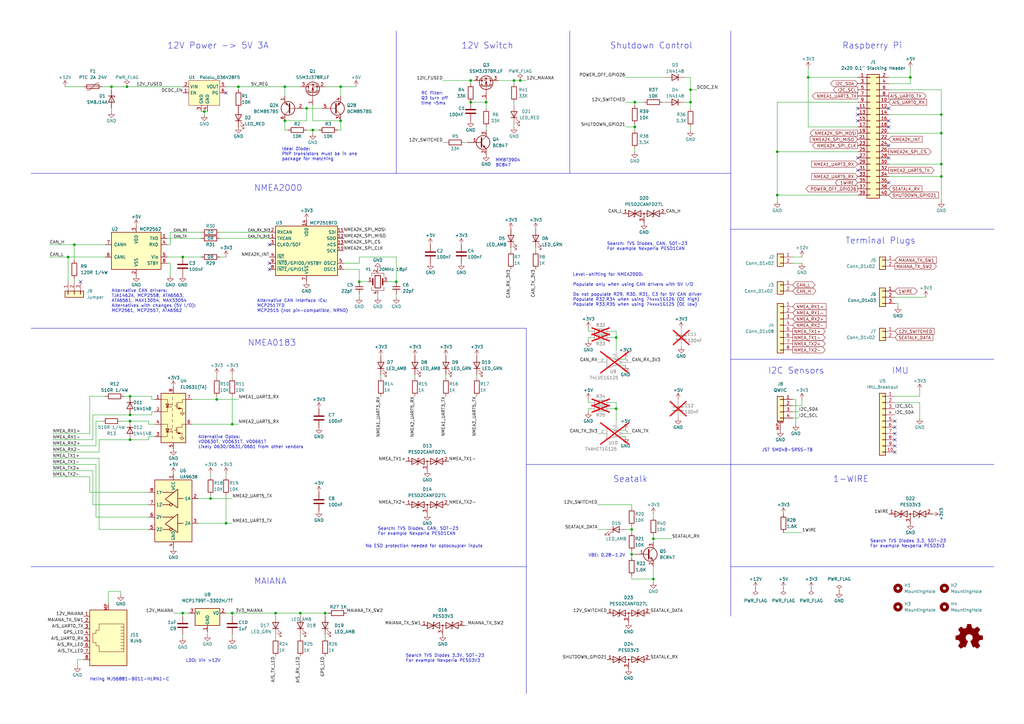
<source format=kicad_sch>
(kicad_sch (version 20231120) (generator "eeschema") (generator_version "8.0")
  (paper "A3")
  (title_block (title "OpenPlotter MacArthur HAT") (date "2024-02-10") (rev "1.2") (company "© 2023-2024 OpenMarine & Wegmatt") (comment 1 "License: CERN-OHL-S"))
  (lib_symbols
    (symbol "74x1G125/6_1" (pin_names (offset 1.016))
      (property "Reference" "U9" (at -1.27 -3.81 0))
      (property "Value" "74x1G125{slash}6_1" (at -5.08 -6.35 0))
      (symbol "74x1G125/6_1_1_1"
        (pin input inverted (at 0 5.08 270) (length 3.81) (name "~") (number "1"))
        (pin input line (at -7.62 0 0) (length 3.81) (name "~") (number "2"))
        (pin power_in line (at 1.27 -1.27 270) (length 0) (name "~") (number "3"))
        (pin tri_state line (at 6.35 0 180) (length 3.81) (name "~") (number "4"))
        (pin power_in line (at 1.27 1.27 90) (length 0) (name "~") (number "5"))
      )
    )
    (symbol "Connector_Generic:Conn_01x02" (pin_names (offset 1.016) hide)
      (property "Reference" "J" (at 0 2.54 0))
      (property "Value" "Conn_01x02" (at 0 -5.08 0))
      (symbol "Conn_01x02_1_1"
        (pin passive line (at -5.08 0 0) (length 3.81) (name "Pin_1") (number "1"))
        (pin passive line (at -5.08 -2.54 0) (length 3.81) (name "Pin_2") (number "2"))
      )
    )
    (symbol "Connector_Generic:Conn_01x03" (pin_names (offset 1.016) hide)
      (property "Reference" "J" (at 0 5.08 0))
      (property "Value" "Conn_01x03" (at 0 -5.08 0))
      (symbol "Conn_01x03_1_1"
        (pin passive line (at -5.08 2.54 0) (length 3.81) (name "Pin_1") (number "1"))
        (pin passive line (at -5.08 0 0) (length 3.81) (name "Pin_2") (number "2"))
        (pin passive line (at -5.08 -2.54 0) (length 3.81) (name "Pin_3") (number "3"))
      )
    )
    (symbol "Connector_Generic:Conn_01x08" (pin_names (offset 1.016) hide)
      (property "Reference" "J" (at 0 10.16 0))
      (property "Value" "Conn_01x08" (at 0 -12.7 0))
      (symbol "Conn_01x08_1_1"
        (pin passive line (at -5.08 7.62 0) (length 3.81) (name "Pin_1") (number "1"))
        (pin passive line (at -5.08 5.08 0) (length 3.81) (name "Pin_2") (number "2"))
        (pin passive line (at -5.08 2.54 0) (length 3.81) (name "Pin_3") (number "3"))
        (pin passive line (at -5.08 0 0) (length 3.81) (name "Pin_4") (number "4"))
        (pin passive line (at -5.08 -2.54 0) (length 3.81) (name "Pin_5") (number "5"))
        (pin passive line (at -5.08 -5.08 0) (length 3.81) (name "Pin_6") (number "6"))
        (pin passive line (at -5.08 -7.62 0) (length 3.81) (name "Pin_7") (number "7"))
        (pin passive line (at -5.08 -10.16 0) (length 3.81) (name "Pin_8") (number "8"))
      )
    )
    (symbol "Connector_Generic:Conn_01x10" (pin_names (offset 1.016) hide)
      (property "Reference" "J" (at 0 12.7 0))
      (property "Value" "Conn_01x10" (at 0 -15.24 0))
      (symbol "Conn_01x10_1_1"
        (pin passive line (at -5.08 10.16 0) (length 3.81) (name "Pin_1") (number "1"))
        (pin passive line (at -5.08 -12.7 0) (length 3.81) (name "Pin_10") (number "10"))
        (pin passive line (at -5.08 7.62 0) (length 3.81) (name "Pin_2") (number "2"))
        (pin passive line (at -5.08 5.08 0) (length 3.81) (name "Pin_3") (number "3"))
        (pin passive line (at -5.08 2.54 0) (length 3.81) (name "Pin_4") (number "4"))
        (pin passive line (at -5.08 0 0) (length 3.81) (name "Pin_5") (number "5"))
        (pin passive line (at -5.08 -2.54 0) (length 3.81) (name "Pin_6") (number "6"))
        (pin passive line (at -5.08 -5.08 0) (length 3.81) (name "Pin_7") (number "7"))
        (pin passive line (at -5.08 -7.62 0) (length 3.81) (name "Pin_8") (number "8"))
        (pin passive line (at -5.08 -10.16 0) (length 3.81) (name "Pin_9") (number "9"))
      )
    )
    (symbol "Connector_Generic:Conn_02x20_Odd_Even" (pin_names (offset 1.016) hide)
      (property "Reference" "J" (at 1.27 25.4 0))
      (property "Value" "Conn_02x20_Odd_Even" (at 1.27 -27.94 0))
      (symbol "Conn_02x20_Odd_Even_1_1"
        (pin passive line (at -5.08 22.86 0) (length 3.81) (name "Pin_1") (number "1"))
        (pin passive line (at 7.62 12.7 180) (length 3.81) (name "Pin_10") (number "10"))
        (pin passive line (at -5.08 10.16 0) (length 3.81) (name "Pin_11") (number "11"))
        (pin passive line (at 7.62 10.16 180) (length 3.81) (name "Pin_12") (number "12"))
        (pin passive line (at -5.08 7.62 0) (length 3.81) (name "Pin_13") (number "13"))
        (pin passive line (at 7.62 7.62 180) (length 3.81) (name "Pin_14") (number "14"))
        (pin passive line (at -5.08 5.08 0) (length 3.81) (name "Pin_15") (number "15"))
        (pin passive line (at 7.62 5.08 180) (length 3.81) (name "Pin_16") (number "16"))
        (pin passive line (at -5.08 2.54 0) (length 3.81) (name "Pin_17") (number "17"))
        (pin passive line (at 7.62 2.54 180) (length 3.81) (name "Pin_18") (number "18"))
        (pin passive line (at -5.08 0 0) (length 3.81) (name "Pin_19") (number "19"))
        (pin passive line (at 7.62 22.86 180) (length 3.81) (name "Pin_2") (number "2"))
        (pin passive line (at 7.62 0 180) (length 3.81) (name "Pin_20") (number "20"))
        (pin passive line (at -5.08 -2.54 0) (length 3.81) (name "Pin_21") (number "21"))
        (pin passive line (at 7.62 -2.54 180) (length 3.81) (name "Pin_22") (number "22"))
        (pin passive line (at -5.08 -5.08 0) (length 3.81) (name "Pin_23") (number "23"))
        (pin passive line (at 7.62 -5.08 180) (length 3.81) (name "Pin_24") (number "24"))
        (pin passive line (at -5.08 -7.62 0) (length 3.81) (name "Pin_25") (number "25"))
        (pin passive line (at 7.62 -7.62 180) (length 3.81) (name "Pin_26") (number "26"))
        (pin passive line (at -5.08 -10.16 0) (length 3.81) (name "Pin_27") (number "27"))
        (pin passive line (at 7.62 -10.16 180) (length 3.81) (name "Pin_28") (number "28"))
        (pin passive line (at -5.08 -12.7 0) (length 3.81) (name "Pin_29") (number "29"))
        (pin passive line (at -5.08 20.32 0) (length 3.81) (name "Pin_3") (number "3"))
        (pin passive line (at 7.62 -12.7 180) (length 3.81) (name "Pin_30") (number "30"))
        (pin passive line (at -5.08 -15.24 0) (length 3.81) (name "Pin_31") (number "31"))
        (pin passive line (at 7.62 -15.24 180) (length 3.81) (name "Pin_32") (number "32"))
        (pin passive line (at -5.08 -17.78 0) (length 3.81) (name "Pin_33") (number "33"))
        (pin passive line (at 7.62 -17.78 180) (length 3.81) (name "Pin_34") (number "34"))
        (pin passive line (at -5.08 -20.32 0) (length 3.81) (name "Pin_35") (number "35"))
        (pin passive line (at 7.62 -20.32 180) (length 3.81) (name "Pin_36") (number "36"))
        (pin passive line (at -5.08 -22.86 0) (length 3.81) (name "Pin_37") (number "37"))
        (pin passive line (at 7.62 -22.86 180) (length 3.81) (name "Pin_38") (number "38"))
        (pin passive line (at -5.08 -25.4 0) (length 3.81) (name "Pin_39") (number "39"))
        (pin passive line (at 7.62 20.32 180) (length 3.81) (name "Pin_4") (number "4"))
        (pin passive line (at 7.62 -25.4 180) (length 3.81) (name "Pin_40") (number "40"))
        (pin passive line (at -5.08 17.78 0) (length 3.81) (name "Pin_5") (number "5"))
        (pin passive line (at 7.62 17.78 180) (length 3.81) (name "Pin_6") (number "6"))
        (pin passive line (at -5.08 15.24 0) (length 3.81) (name "Pin_7") (number "7"))
        (pin passive line (at 7.62 15.24 180) (length 3.81) (name "Pin_8") (number "8"))
        (pin passive line (at -5.08 12.7 0) (length 3.81) (name "Pin_9") (number "9"))
      )
    )
    (symbol "Connector_Generic_MountingPin:Conn_01x04_MountingPin" (pin_names (offset 1.016) hide)
      (property "Reference" "J" (at 0 5.08 0))
      (property "Value" "Conn_01x04_MountingPin" (at 1.27 -7.62 0))
      (symbol "Conn_01x04_MountingPin_1_1"
        (text "Mounting" (at 0 -6.731 0) (effects (font (size 0.381 0.381))))
        (pin passive line (at -5.08 2.54 0) (length 3.81) (name "Pin_1") (number "1"))
        (pin passive line (at -5.08 0 0) (length 3.81) (name "Pin_2") (number "2"))
        (pin passive line (at -5.08 -2.54 0) (length 3.81) (name "Pin_3") (number "3"))
        (pin passive line (at -5.08 -5.08 0) (length 3.81) (name "Pin_4") (number "4"))
        (pin passive line (at 0 -10.16 90) (length 3.048) (name "MountPin") (number "MP"))
      )
    )
    (symbol "Device:C" (pin_numbers hide) (pin_names (offset 0.254))
      (property "Reference" "C" (at 0.635 2.54 0))
      (property "Value" "C" (at 0.635 -2.54 0))
      (symbol "C_1_1"
        (pin passive line (at 0 3.81 270) (length 2.794) (name "~") (number "1"))
        (pin passive line (at 0 -3.81 90) (length 2.794) (name "~") (number "2"))
      )
    )
    (symbol "Device:C_Small" (pin_numbers hide) (pin_names (offset 0.254) hide)
      (property "Reference" "C" (at 0.254 1.778 0))
      (property "Value" "C_Small" (at 0.254 -2.032 0))
      (symbol "C_Small_1_1"
        (pin passive line (at 0 2.54 270) (length 2.032) (name "~") (number "1"))
        (pin passive line (at 0 -2.54 90) (length 2.032) (name "~") (number "2"))
      )
    )
    (symbol "Device:Crystal_GND24" (pin_names (offset 1.016) hide)
      (property "Reference" "Y" (at 3.175 5.08 0))
      (property "Value" "Crystal_GND24" (at 3.175 3.175 0))
      (symbol "Crystal_GND24_1_1"
        (pin passive line (at -3.81 0 0) (length 1.27) (name "1") (number "1"))
        (pin passive line (at 0 5.08 270) (length 1.27) (name "2") (number "2"))
        (pin passive line (at 3.81 0 180) (length 1.27) (name "3") (number "3"))
        (pin passive line (at 0 -5.08 90) (length 1.27) (name "4") (number "4"))
      )
    )
    (symbol "Device:D" (pin_numbers hide) (pin_names (offset 1.016) hide)
      (property "Reference" "D" (at 0 2.54 0))
      (property "Value" "D" (at 0 -2.54 0))
      (symbol "D_1_1"
        (pin passive line (at -3.81 0 0) (length 2.54) (name "K") (number "1"))
        (pin passive line (at 3.81 0 180) (length 2.54) (name "A") (number "2"))
      )
    )
    (symbol "Device:D_TVS_Dual_AAC" (pin_names (offset 1.016) hide)
      (property "Reference" "D" (at 0 4.445 0))
      (property "Value" "D_TVS_Dual_AAC" (at 0 2.54 0))
      (symbol "D_TVS_Dual_AAC_1_1"
        (pin passive line (at -8.89 0 0) (length 2.54) (name "A1") (number "1"))
        (pin passive line (at 8.89 0 180) (length 2.54) (name "A2") (number "2"))
        (pin input line (at 0 -3.81 90) (length 2.54) (name "common") (number "3"))
      )
    )
    (symbol "Device:D_Zener" (pin_numbers hide) (pin_names (offset 1.016) hide)
      (property "Reference" "D" (at 0 2.54 0))
      (property "Value" "D_Zener" (at 0 -2.54 0))
      (symbol "D_Zener_1_1"
        (pin passive line (at -3.81 0 0) (length 2.54) (name "K") (number "1"))
        (pin passive line (at 3.81 0 180) (length 2.54) (name "A") (number "2"))
      )
    )
    (symbol "Device:LED" (pin_numbers hide) (pin_names (offset 1.016) hide)
      (property "Reference" "D" (at 0 2.54 0))
      (property "Value" "LED" (at 0 -2.54 0))
      (symbol "LED_1_1"
        (pin passive line (at -3.81 0 0) (length 2.54) (name "K") (number "1"))
        (pin passive line (at 3.81 0 180) (length 2.54) (name "A") (number "2"))
      )
    )
    (symbol "Device:Polyfuse" (pin_numbers hide) (pin_names (offset 0))
      (property "Reference" "F" (at -2.54 0 90))
      (property "Value" "Polyfuse" (at 2.54 0 90))
      (symbol "Polyfuse_1_1"
        (pin passive line (at 0 3.81 270) (length 1.27) (name "~") (number "1"))
        (pin passive line (at 0 -3.81 90) (length 1.27) (name "~") (number "2"))
      )
    )
    (symbol "Device:Q_Dual_PNP_PNP_E1B1C2E2B2C1" (pin_names (offset 0) hide)
      (property "Reference" "Q" (at 5.08 1.27 0))
      (property "Value" "Q_Dual_PNP_PNP_E1B1C2E2B2C1" (at 5.08 -1.27 0))
      (symbol "Q_Dual_PNP_PNP_E1B1C2E2B2C1_1_1"
        (pin passive line (at 2.54 -5.08 90) (length 2.54) (name "E1") (number "1"))
        (pin input line (at -5.08 0 0) (length 2.54) (name "B1") (number "2"))
        (pin passive line (at 2.54 5.08 270) (length 2.54) (name "C1") (number "6"))
      )
      (symbol "Q_Dual_PNP_PNP_E1B1C2E2B2C1_2_1"
        (pin passive line (at 2.54 5.08 270) (length 2.54) (name "C2") (number "3"))
        (pin passive line (at 2.54 -5.08 90) (length 2.54) (name "E2") (number "4"))
        (pin input line (at -5.08 0 0) (length 2.54) (name "B2") (number "5"))
      )
    )
    (symbol "Device:Q_NPN_BEC" (pin_names (offset 0) hide)
      (property "Reference" "Q" (at 5.08 1.27 0))
      (property "Value" "Q_NPN_BEC" (at 5.08 -1.27 0))
      (symbol "Q_NPN_BEC_1_1"
        (pin input line (at -5.08 0 0) (length 5.715) (name "B") (number "1"))
        (pin passive line (at 2.54 -5.08 90) (length 2.54) (name "E") (number "2"))
        (pin passive line (at 2.54 5.08 270) (length 2.54) (name "C") (number "3"))
      )
    )
    (symbol "Device:Q_PMOS_GSD" (pin_names (offset 0) hide)
      (property "Reference" "Q" (at 5.08 1.27 0))
      (property "Value" "Q_PMOS_GSD" (at 5.08 -1.27 0))
      (symbol "Q_PMOS_GSD_1_1"
        (pin input line (at -5.08 0 0) (length 2.54) (name "G") (number "1"))
        (pin passive line (at 2.54 -5.08 90) (length 2.54) (name "S") (number "2"))
        (pin passive line (at 2.54 5.08 270) (length 2.54) (name "D") (number "3"))
      )
    )
    (symbol "Device:R" (pin_numbers hide) (pin_names (offset 0))
      (property "Reference" "R" (at 2.032 0 90))
      (property "Value" "R" (at 0 0 90))
      (symbol "R_1_1"
        (pin passive line (at 0 3.81 270) (length 1.27) (name "~") (number "1"))
        (pin passive line (at 0 -3.81 90) (length 1.27) (name "~") (number "2"))
      )
    )
    (symbol "Graphic:Logo_Open_Hardware_Small" (pin_names (offset 1.016)))
    (symbol "Interface_CAN_LIN:MCP2517FD-xJHA"
      (property "Reference" "U" (at -12.7 12.7 0))
      (property "Value" "MCP2517FD-xJHA" (at 2.54 12.7 0))
      (symbol "MCP2517FD-xJHA_1_1"
        (pin output line (at 15.24 5.08 180) (length 2.54) (name "TXCAN") (number "1"))
        (pin input line (at -15.24 0 0) (length 2.54) (name "SCK") (number "10"))
        (pin input line (at -15.24 7.62 0) (length 2.54) (name "SDI") (number "11"))
        (pin output line (at -15.24 5.08 0) (length 2.54) (name "SDO") (number "12"))
        (pin input line (at -15.24 2.54 0) (length 2.54) (name "nCS") (number "13"))
        (pin power_in line (at 0 12.7 270) (length 2.54) (name "VDD") (number "14"))
        (pin passive line (at 0 -12.7 90) (length 2.54) hide (name "VSS") (number "15"))
        (pin input line (at 15.24 7.62 180) (length 2.54) (name "RXCAN") (number "2"))
        (pin output line (at 15.24 2.54 180) (length 2.54) (name "CLKO/SOF") (number "3"))
        (pin output line (at 15.24 -2.54 180) (length 2.54) (name "~{INT}") (number "4"))
        (pin output line (at -15.24 -5.08 0) (length 2.54) (name "OSC2") (number "5"))
        (pin input line (at -15.24 -7.62 0) (length 2.54) (name "OSC1") (number "6"))
        (pin power_in line (at 0 -12.7 90) (length 2.54) (name "VSS") (number "7"))
        (pin bidirectional line (at 15.24 -7.62 180) (length 2.54) (name "~{INT1}/GPIO1") (number "8"))
        (pin bidirectional line (at 15.24 -5.08 180) (length 2.54) (name "~{INT0}/GPIO0/XSTBY") (number "9"))
      )
    )
    (symbol "Interface_CAN_LIN:MCP2562-E-SN" (pin_names (offset 1.016))
      (property "Reference" "U" (at -10.16 8.89 0))
      (property "Value" "MCP2562-E-SN" (at 2.54 8.89 0))
      (symbol "MCP2562-E-SN_1_1"
        (pin input line (at -12.7 5.08 0) (length 2.54) (name "TXD") (number "1"))
        (pin power_in line (at 0 -10.16 90) (length 2.54) (name "VSS") (number "2"))
        (pin power_in line (at 0 10.16 270) (length 2.54) (name "VDD") (number "3"))
        (pin output line (at -12.7 2.54 0) (length 2.54) (name "RXD") (number "4"))
        (pin power_in line (at -12.7 -2.54 0) (length 2.54) (name "Vio") (number "5"))
        (pin bidirectional line (at 12.7 -2.54 180) (length 2.54) (name "CANL") (number "6"))
        (pin bidirectional line (at 12.7 2.54 180) (length 2.54) (name "CANH") (number "7"))
        (pin input line (at -12.7 -5.08 0) (length 2.54) (name "STBY") (number "8"))
      )
    )
    (symbol "MacArthur-HAT:74x1G125/6" (pin_names (offset 1.016))
      (property "Reference" "U9" (at -1.27 -3.81 0))
      (property "Value" "74x1G125{slash}6" (at -5.08 -6.35 0))
      (symbol "74x1G125/6_1_1"
        (pin input inverted (at 0 5.08 270) (length 3.81) (name "~") (number "1"))
        (pin input line (at -7.62 0 0) (length 3.81) (name "~") (number "2"))
        (pin power_in line (at 1.27 -1.27 270) (length 0) (name "~") (number "3"))
        (pin tri_state line (at 6.35 0 180) (length 3.81) (name "~") (number "4"))
        (pin power_in line (at 1.27 1.27 90) (length 0) (name "~") (number "5"))
      )
    )
    (symbol "MacArthur-HAT:Pololu_D36V28Fx"
      (property "Reference" "U" (at 0 7.62 0))
      (property "Value" "Pololu_D36V28Fx" (at 0 5.08 0))
      (symbol "Pololu_D36V28Fx_1_1"
        (pin input line (at -8.89 -1.27 0) (length 2.54) (name "EN") (number "1"))
        (pin power_in line (at -8.89 1.27 0) (length 2.54) (name "VIN") (number "2"))
        (pin power_in line (at -1.27 -8.89 90) (length 2.54) (name "GND") (number "3"))
        (pin power_in line (at 1.27 -8.89 90) (length 2.54) (name "GND") (number "4"))
        (pin power_out line (at 8.89 1.27 180) (length 2.54) (name "VOUT") (number "5"))
        (pin output line (at 8.89 -1.27 180) (length 2.54) (name "PG") (number "6"))
      )
    )
    (symbol "MacArthur-HAT:RJ45-MP" (pin_names (offset 1.016))
      (property "Reference" "J" (at -5.08 13.97 0))
      (property "Value" "RJ45-MP" (at 2.54 13.97 0))
      (symbol "RJ45-MP_1_1"
        (pin passive line (at 10.16 -7.62 180) (length 2.54) (name "~") (number "1"))
        (pin passive line (at 10.16 -5.08 180) (length 2.54) (name "~") (number "2"))
        (pin passive line (at 10.16 -2.54 180) (length 2.54) (name "~") (number "3"))
        (pin passive line (at 10.16 0 180) (length 2.54) (name "~") (number "4"))
        (pin passive line (at 10.16 2.54 180) (length 2.54) (name "~") (number "5"))
        (pin passive line (at 10.16 5.08 180) (length 2.54) (name "~") (number "6"))
        (pin passive line (at 10.16 7.62 180) (length 2.54) (name "~") (number "7"))
        (pin passive line (at 10.16 10.16 180) (length 2.54) (name "~") (number "8"))
        (pin passive line (at 0 -12.7 90) (length 2.54) (name "") (number "MP"))
      )
    )
    (symbol "MacArthur-HAT:UA9638"
      (property "Reference" "U?" (at 2.0194 17.78 0))
      (property "Value" "UA9638" (at 2.0194 15.24 0))
      (symbol "UA9638_1_1"
        (pin power_in line (at 0 15.24 270) (length 2.54) (name "VCC") (number "1"))
        (pin input line (at -10.16 5.08 0) (length 2.54) (name "1A") (number "2"))
        (pin input line (at -10.16 -5.08 0) (length 2.54) (name "2A") (number "3"))
        (pin power_in line (at 0 -15.24 90) (length 2.54) (name "GND") (number "4"))
        (pin output line (at 10.16 -7.62 180) (length 2.54) (name "2Z") (number "5"))
        (pin output line (at 10.16 -2.54 180) (length 2.54) (name "2Y") (number "6"))
        (pin output line (at 10.16 2.54 180) (length 2.54) (name "1Z") (number "7"))
        (pin output line (at 10.16 7.62 180) (length 2.54) (name "1Y") (number "8"))
      )
    )
    (symbol "Mechanical:MountingHole" (pin_names (offset 1.016))
      (property "Reference" "H" (at 0 5.08 0))
      (property "Value" "MountingHole" (at 0 3.175 0))
    )
    (symbol "Opto-xx0631_1" (pin_names (offset 0) hide)
      (property "Reference" "U4" (at 2.7687 15.24 0))
      (property "Value" "Opto-xx0631_1" (at 2.7687 12.7 0))
      (symbol "Opto-xx0631_1_1_1"
        (pin passive line (at -7.62 7.62 0) (length 2.54) (name "A1") (number "1"))
        (pin passive line (at -7.62 2.54 0) (length 2.54) (name "C1") (number "2"))
        (pin passive line (at -7.62 -7.62 0) (length 2.54) (name "C2") (number "3"))
        (pin passive line (at -7.62 -2.54 0) (length 2.54) (name "A2") (number "4"))
        (pin power_in line (at 0 -12.7 90) (length 2.54) (name "GND") (number "5"))
        (pin open_collector line (at 7.62 -2.54 180) (length 2.54) (name "VO2") (number "6"))
        (pin open_collector line (at 7.62 7.62 180) (length 2.54) (name "VO1") (number "7"))
        (pin power_in line (at 0 12.7 270) (length 2.54) (name "VCC") (number "8"))
      )
    )
    (symbol "Regulator_Linear:MCP1700-3302E_SOT23" (pin_names (offset 0.254))
      (property "Reference" "U" (at -3.81 3.175 0))
      (property "Value" "MCP1700-3302E_SOT23" (at 0 3.175 0))
      (symbol "MCP1700-3302E_SOT23_1_1"
        (pin power_in line (at 0 -7.62 90) (length 2.54) (name "GND") (number "1"))
        (pin power_out line (at 7.62 0 180) (length 2.54) (name "VO") (number "2"))
        (pin power_in line (at -7.62 0 0) (length 2.54) (name "VI") (number "3"))
      )
    )
    (symbol "power:+12V" (power) (pin_names (offset 0))
      (property "Value" "+12V" (at 0 3.556 0))
      (symbol "+12V_1_1"
        (pin power_in line (at 0 0 90) (length 0) hide (name "+12V") (number "1"))
      )
    )
    (symbol "power:+3V3" (power) (pin_names (offset 0))
      (property "Value" "+3V3" (at 0 3.556 0))
      (symbol "+3V3_1_1"
        (pin power_in line (at 0 0 90) (length 0) hide (name "+3V3") (number "1"))
      )
    )
    (symbol "power:+5V" (power) (pin_names (offset 0))
      (property "Value" "+5V" (at 0 3.556 0))
      (symbol "+5V_1_1"
        (pin power_in line (at 0 0 90) (length 0) hide (name "+5V") (number "1"))
      )
    )
    (symbol "power:GND" (power) (pin_names (offset 0))
      (property "Value" "GND" (at 0 -3.81 0))
      (symbol "GND_1_1"
        (pin power_in line (at 0 0 270) (length 0) hide (name "GND") (number "1"))
      )
    )
    (symbol "power:PWR_FLAG" (power) (pin_numbers hide) (pin_names (offset 0) hide)
      (property "Value" "PWR_FLAG" (at 0 3.81 0))
      (symbol "PWR_FLAG_0_0"
        (pin power_out line (at 0 0 90) (length 0) (name "pwr") (number "1"))
      )
    )
  )
  (junction (at 53.34 162.56))
  (junction (at 252.73 167.64))
  (junction (at 52.07 35.56))
  (junction (at 373.38 31.75))
  (junction (at 95.25 173.99))
  (junction (at 267.97 237.49))
  (junction (at 113.03 251.46))
  (junction (at 260.35 41.91))
  (junction (at 386.08 72.39))
  (junction (at 30.48 100.33))
  (junction (at 128.27 53.34))
  (junction (at 123.19 251.46))
  (junction (at 260.35 52.07))
  (junction (at 86.36 204.47))
  (junction (at 267.97 220.98))
  (junction (at 318.77 62.23))
  (junction (at 193.04 41.91))
  (junction (at 139.7 49.53))
  (junction (at 259.08 217.17))
  (junction (at 386.08 54.61))
  (junction (at 27.94 105.41))
  (junction (at 283.21 36.83))
  (junction (at 74.93 251.46))
  (junction (at 259.08 227.33))
  (junction (at 386.08 67.31))
  (junction (at 97.79 35.56))
  (junction (at 45.72 35.56))
  (junction (at 92.71 214.63))
  (junction (at 53.34 172.72))
  (junction (at 147.32 115.57))
  (junction (at 252.73 138.43))
  (junction (at 116.84 49.53))
  (junction (at 95.25 251.46))
  (junction (at 283.21 41.91))
  (junction (at 88.9 163.83))
  (junction (at 199.39 41.91))
  (junction (at 139.7 35.56))
  (junction (at 116.84 35.56))
  (junction (at 193.04 33.02))
  (junction (at 133.35 251.46))
  (junction (at 125.73 44.45))
  (junction (at 318.77 80.01))
  (junction (at 210.82 33.02))
  (junction (at 386.08 46.99))
  (junction (at 331.47 31.75))
  (junction (at 213.36 33.02))
  (junction (at 74.93 105.41))
  (junction (at 53.34 180.34))
  (junction (at 83.82 45.72))
  (junction (at 53.34 170.18))
  (junction (at 162.56 115.57))
  (no_connect (at 364.49 59.69))
  (no_connect (at 367.03 172.72))
  (no_connect (at 367.03 177.8))
  (no_connect (at 110.49 110.49))
  (no_connect (at 110.49 107.95))
  (no_connect (at 110.49 100.33))
  (no_connect (at 33.02 115.57))
  (no_connect (at 351.79 44.45))
  (no_connect (at 367.03 185.42))
  (no_connect (at 351.79 69.85))
  (no_connect (at 367.03 182.88))
  (no_connect (at 367.03 180.34))
  (no_connect (at 367.03 175.26))
  (no_connect (at 364.49 44.45))
  (no_connect (at 364.49 49.53))
  (no_connect (at 364.49 52.07))
  (no_connect (at 351.79 64.77))
  (no_connect (at 364.49 64.77))
  (no_connect (at 364.49 74.93))
  (no_connect (at 351.79 49.53))
  (no_connect (at 351.79 46.99))
  (no_connect (at 92.71 38.1))
  (wire (pts (xy 241.3 139.7) (xy 241.3 138.43)))
  (wire (pts (xy 40.64 180.34) (xy 53.34 180.34)))
  (wire (pts (xy 133.35 261.62) (xy 133.35 260.35)))
  (wire (pts (xy 199.39 41.91) (xy 199.39 44.45)))
  (wire (pts (xy 283.21 52.07) (xy 283.21 53.34)))
  (wire (pts (xy 124.46 44.45) (xy 125.73 44.45)))
  (wire (pts (xy 74.93 260.35) (xy 74.93 261.62)))
  (wire (pts (xy 250.19 135.89) (xy 252.73 135.89)))
  (wire (pts (xy 280.67 31.75) (xy 283.21 31.75)))
  (wire (pts (xy 123.19 251.46) (xy 133.35 251.46)))
  (polyline (pts (xy 299.72 190.5) (xy 407.67 190.5)))
  (wire (pts (xy 147.32 120.65) (xy 147.32 121.92)))
  (wire (pts (xy 373.38 31.75) (xy 373.38 27.94)))
  (wire (pts (xy 123.19 251.46) (xy 123.19 252.73)))
  (wire (pts (xy 133.35 35.56) (xy 139.7 35.56)))
  (wire (pts (xy 78.74 163.83) (xy 88.9 163.83)))
  (wire (pts (xy 364.49 46.99) (xy 386.08 46.99)))
  (wire (pts (xy 318.77 41.91) (xy 318.77 62.23)))
  (wire (pts (xy 254 179.07) (xy 256.54 179.07)))
  (wire (pts (xy 351.79 52.07) (xy 331.47 52.07)))
  (wire (pts (xy 21.59 187.96) (xy 40.64 187.96)))
  (wire (pts (xy 331.47 31.75) (xy 331.47 27.94)))
  (wire (pts (xy 259.08 217.17) (xy 259.08 218.44)))
  (wire (pts (xy 386.08 46.99) (xy 386.08 54.61)))
  (wire (pts (xy 147.32 110.49) (xy 140.97 110.49)))
  (wire (pts (xy 39.37 212.09) (xy 60.96 212.09)))
  (wire (pts (xy 280.67 41.91) (xy 283.21 41.91)))
  (wire (pts (xy 21.59 180.34) (xy 38.1 180.34)))
  (wire (pts (xy 125.73 44.45) (xy 132.08 44.45)))
  (wire (pts (xy 113.03 251.46) (xy 123.19 251.46)))
  (wire (pts (xy 38.1 207.01) (xy 60.96 207.01)))
  (wire (pts (xy 27.94 105.41) (xy 27.94 115.57)))
  (wire (pts (xy 49.53 242.57) (xy 44.45 242.57)))
  (wire (pts (xy 86.36 194.31) (xy 86.36 195.58)))
  (wire (pts (xy 30.48 100.33) (xy 43.18 100.33)))
  (wire (pts (xy 260.35 60.96) (xy 260.35 62.23)))
  (wire (pts (xy 364.49 34.29) (xy 373.38 34.29)))
  (wire (pts (xy 83.82 45.72) (xy 83.82 46.99)))
  (wire (pts (xy 158.75 115.57) (xy 162.56 115.57)))
  (wire (pts (xy 21.59 190.5) (xy 39.37 190.5)))
  (wire (pts (xy 45.72 35.56) (xy 45.72 36.83)))
  (wire (pts (xy 367.03 162.56) (xy 377.19 162.56)))
  (wire (pts (xy 36.83 195.58) (xy 21.59 195.58)))
  (wire (pts (xy 21.59 185.42) (xy 40.64 185.42)))
  (wire (pts (xy 71.12 251.46) (xy 74.93 251.46)))
  (wire (pts (xy 113.03 261.62) (xy 113.03 260.35)))
  (wire (pts (xy 219.71 102.87) (xy 219.71 101.6)))
  (wire (pts (xy 259.08 207.01) (xy 259.08 208.28)))
  (wire (pts (xy 86.36 204.47) (xy 95.25 204.47)))
  (wire (pts (xy 92.71 203.2) (xy 92.71 214.63)))
  (wire (pts (xy 39.37 172.72) (xy 39.37 182.88)))
  (wire (pts (xy 256.54 41.91) (xy 260.35 41.91)))
  (wire (pts (xy 267.97 232.41) (xy 267.97 237.49)))
  (wire (pts (xy 373.38 34.29) (xy 373.38 31.75)))
  (wire (pts (xy 182.88 153.67) (xy 182.88 154.94)))
  (wire (pts (xy 245.11 217.17) (xy 248.92 217.17)))
  (wire (pts (xy 386.08 36.83) (xy 386.08 46.99)))
  (wire (pts (xy 36.83 162.56) (xy 43.18 162.56)))
  (wire (pts (xy 241.3 135.89) (xy 242.57 135.89)))
  (polyline (pts (xy 299.72 93.98) (xy 407.67 93.98)))
  (wire (pts (xy 113.03 251.46) (xy 113.03 252.73)))
  (wire (pts (xy 267.97 220.98) (xy 275.59 220.98)))
  (wire (pts (xy 256.54 217.17) (xy 259.08 217.17)))
  (wire (pts (xy 326.39 163.83) (xy 326.39 173.99)))
  (wire (pts (xy 95.25 162.56) (xy 95.25 173.99)))
  (wire (pts (xy 267.97 210.82) (xy 267.97 212.09)))
  (wire (pts (xy 62.23 168.91) (xy 62.23 170.18)))
  (wire (pts (xy 125.73 49.53) (xy 125.73 44.45)))
  (polyline (pts (xy 233.68 12.7) (xy 233.68 71.12)))
  (wire (pts (xy 90.17 105.41) (xy 92.71 105.41)))
  (wire (pts (xy 325.12 105.41) (xy 328.93 105.41)))
  (wire (pts (xy 21.59 193.04) (xy 38.1 193.04)))
  (wire (pts (xy 351.79 62.23) (xy 318.77 62.23)))
  (polyline (pts (xy 12.7 71.12) (xy 299.72 71.12)))
  (wire (pts (xy 125.73 53.34) (xy 128.27 53.34)))
  (wire (pts (xy 250.19 165.1) (xy 252.73 165.1)))
  (wire (pts (xy 60.96 179.07) (xy 63.5 179.07)))
  (wire (pts (xy 367.03 121.92) (xy 379.73 121.92)))
  (wire (pts (xy 271.78 41.91) (xy 273.05 41.91)))
  (wire (pts (xy 139.7 35.56) (xy 146.05 35.56)))
  (wire (pts (xy 283.21 41.91) (xy 283.21 36.83)))
  (wire (pts (xy 116.84 35.56) (xy 123.19 35.56)))
  (wire (pts (xy 63.5 168.91) (xy 62.23 168.91)))
  (wire (pts (xy 128.27 53.34) (xy 128.27 54.61)))
  (wire (pts (xy 256.54 31.75) (xy 273.05 31.75)))
  (wire (pts (xy 195.58 153.67) (xy 195.58 154.94)))
  (wire (pts (xy 116.84 35.56) (xy 116.84 39.37)))
  (wire (pts (xy 81.28 214.63) (xy 92.71 214.63)))
  (wire (pts (xy 162.56 120.65) (xy 162.56 121.92)))
  (wire (pts (xy 210.82 33.02) (xy 210.82 34.29)))
  (wire (pts (xy 38.1 170.18) (xy 38.1 180.34)))
  (wire (pts (xy 118.11 53.34) (xy 116.84 53.34)))
  (wire (pts (xy 259.08 237.49) (xy 267.97 237.49)))
  (wire (pts (xy 95.25 173.99) (xy 97.79 173.99)))
  (wire (pts (xy 252.73 172.72) (xy 252.73 167.64)))
  (wire (pts (xy 90.17 97.79) (xy 110.49 97.79)))
  (wire (pts (xy 49.53 172.72) (xy 53.34 172.72)))
  (wire (pts (xy 367.03 124.46) (xy 368.3 124.46)))
  (wire (pts (xy 259.08 227.33) (xy 260.35 227.33)))
  (wire (pts (xy 325.12 171.45) (xy 327.66 171.45)))
  (wire (pts (xy 241.3 138.43) (xy 242.57 138.43)))
  (wire (pts (xy 259.08 236.22) (xy 259.08 237.49)))
  (wire (pts (xy 68.58 107.95) (xy 69.85 107.95)))
  (wire (pts (xy 95.25 251.46) (xy 95.25 252.73)))
  (wire (pts (xy 254 147.32) (xy 256.54 147.32)))
  (wire (pts (xy 116.84 49.53) (xy 116.84 53.34)))
  (wire (pts (xy 36.83 201.93) (xy 60.96 201.93)))
  (wire (pts (xy 68.58 100.33) (xy 69.85 100.33)))
  (wire (pts (xy 325.12 163.83) (xy 326.39 163.83)))
  (polyline (pts (xy 215.9 190.5) (xy 299.72 190.5)))
  (wire (pts (xy 259.08 227.33) (xy 259.08 228.6)))
  (wire (pts (xy 367.03 165.1) (xy 377.19 165.1)))
  (wire (pts (xy 44.45 242.57) (xy 44.45 247.65)))
  (wire (pts (xy 45.72 35.56) (xy 52.07 35.56)))
  (polyline (pts (xy 215.9 232.41) (xy 215.9 284.48)))
  (wire (pts (xy 62.23 163.83) (xy 63.5 163.83)))
  (wire (pts (xy 181.61 58.42) (xy 182.88 58.42)))
  (wire (pts (xy 139.7 49.53) (xy 139.7 53.34)))
  (polyline (pts (xy 299.72 232.41) (xy 407.67 232.41)))
  (wire (pts (xy 31.75 270.51) (xy 31.75 273.05)))
  (wire (pts (xy 97.79 35.56) (xy 97.79 36.83)))
  (wire (pts (xy 74.93 105.41) (xy 82.55 105.41)))
  (wire (pts (xy 331.47 31.75) (xy 351.79 31.75)))
  (wire (pts (xy 147.32 115.57) (xy 151.13 115.57)))
  (wire (pts (xy 283.21 31.75) (xy 283.21 36.83)))
  (wire (pts (xy 252.73 138.43) (xy 250.19 138.43)))
  (wire (pts (xy 53.34 180.34) (xy 60.96 180.34)))
  (wire (pts (xy 52.07 35.56) (xy 74.93 35.56)))
  (wire (pts (xy 241.3 134.62) (xy 241.3 135.89)))
  (wire (pts (xy 139.7 35.56) (xy 139.7 39.37)))
  (wire (pts (xy 92.71 194.31) (xy 92.71 195.58)))
  (wire (pts (xy 60.96 172.72) (xy 60.96 173.99)))
  (wire (pts (xy 30.48 114.3) (xy 30.48 115.57)))
  (wire (pts (xy 259.08 215.9) (xy 259.08 217.17)))
  (wire (pts (xy 254 176.53) (xy 256.54 176.53)))
  (wire (pts (xy 386.08 67.31) (xy 386.08 72.39)))
  (wire (pts (xy 193.04 34.29) (xy 193.04 33.02)))
  (wire (pts (xy 386.08 72.39) (xy 386.08 82.55)))
  (wire (pts (xy 321.31 218.44) (xy 328.93 218.44)))
  (wire (pts (xy 69.85 107.95) (xy 69.85 113.03)))
  (wire (pts (xy 95.25 251.46) (xy 113.03 251.46)))
  (wire (pts (xy 210.82 41.91) (xy 210.82 43.18)))
  (wire (pts (xy 199.39 52.07) (xy 199.39 53.34)))
  (wire (pts (xy 88.9 163.83) (xy 88.9 162.56)))
  (wire (pts (xy 252.73 167.64) (xy 250.19 167.64)))
  (wire (pts (xy 69.85 95.25) (xy 69.85 100.33)))
  (wire (pts (xy 170.18 154.94) (xy 170.18 153.67)))
  (wire (pts (xy 267.97 237.49) (xy 267.97 238.76)))
  (wire (pts (xy 60.96 180.34) (xy 60.96 179.07)))
  (wire (pts (xy 267.97 220.98) (xy 267.97 222.25)))
  (wire (pts (xy 283.21 36.83) (xy 285.75 36.83)))
  (wire (pts (xy 81.28 204.47) (xy 86.36 204.47)))
  (wire (pts (xy 351.79 41.91) (xy 318.77 41.91)))
  (wire (pts (xy 386.08 54.61) (xy 386.08 67.31)))
  (wire (pts (xy 40.64 185.42) (xy 40.64 180.34)))
  (wire (pts (xy 21.59 182.88) (xy 39.37 182.88)))
  (wire (pts (xy 351.79 80.01) (xy 318.77 80.01)))
  (wire (pts (xy 53.34 172.72) (xy 60.96 172.72)))
  (wire (pts (xy 377.19 162.56) (xy 377.19 160.02)))
  (wire (pts (xy 77.47 251.46) (xy 74.93 251.46)))
  (wire (pts (xy 90.17 95.25) (xy 110.49 95.25)))
  (wire (pts (xy 123.19 261.62) (xy 123.19 260.35)))
  (wire (pts (xy 193.04 41.91) (xy 199.39 41.91)))
  (wire (pts (xy 68.58 97.79) (xy 82.55 97.79)))
  (wire (pts (xy 38.1 193.04) (xy 38.1 207.01)))
  (wire (pts (xy 241.3 163.83) (xy 241.3 165.1)))
  (wire (pts (xy 193.04 33.02) (xy 194.31 33.02)))
  (wire (pts (xy 241.3 165.1) (xy 242.57 165.1)))
  (wire (pts (xy 364.49 36.83) (xy 386.08 36.83)))
  (wire (pts (xy 92.71 214.63) (xy 95.25 214.63)))
  (polyline (pts (xy 299.72 147.32) (xy 407.67 147.32)))
  (wire (pts (xy 252.73 165.1) (xy 252.73 167.64)))
  (wire (pts (xy 38.1 170.18) (xy 53.34 170.18)))
  (wire (pts (xy 245.11 207.01) (xy 259.08 207.01)))
  (wire (pts (xy 209.55 102.87) (xy 209.55 101.6)))
  (wire (pts (xy 260.35 52.07) (xy 260.35 53.34)))
  (wire (pts (xy 53.34 162.56) (xy 62.23 162.56)))
  (wire (pts (xy 328.93 166.37) (xy 328.93 163.83)))
  (wire (pts (xy 34.29 270.51) (xy 31.75 270.51)))
  (wire (pts (xy 331.47 31.75) (xy 331.47 52.07)))
  (wire (pts (xy 138.43 53.34) (xy 139.7 53.34)))
  (polyline (pts (xy 12.7 134.62) (xy 215.9 134.62)))
  (wire (pts (xy 199.39 41.91) (xy 199.39 40.64)))
  (wire (pts (xy 45.72 44.45) (xy 45.72 45.72)))
  (wire (pts (xy 204.47 33.02) (xy 210.82 33.02)))
  (wire (pts (xy 60.96 173.99) (xy 63.5 173.99)))
  (wire (pts (xy 368.3 124.46) (xy 368.3 125.73)))
  (wire (pts (xy 133.35 251.46) (xy 133.35 252.73)))
  (wire (pts (xy 78.74 173.99) (xy 95.25 173.99)))
  (polyline (pts (xy 215.9 134.62) (xy 215.9 232.41)))
  (wire (pts (xy 40.64 187.96) (xy 40.64 217.17)))
  (wire (pts (xy 30.48 100.33) (xy 30.48 106.68)))
  (wire (pts (xy 116.84 49.53) (xy 125.73 49.53)))
  (wire (pts (xy 259.08 226.06) (xy 259.08 227.33)))
  (wire (pts (xy 260.35 41.91) (xy 260.35 43.18)))
  (wire (pts (xy 364.49 31.75) (xy 373.38 31.75)))
  (wire (pts (xy 128.27 53.34) (xy 130.81 53.34)))
  (wire (pts (xy 88.9 163.83) (xy 97.79 163.83)))
  (wire (pts (xy 147.32 105.41) (xy 162.56 105.41)))
  (polyline (pts (xy 162.56 12.7) (xy 162.56 71.12)))
  (wire (pts (xy 39.37 190.5) (xy 39.37 212.09)))
  (wire (pts (xy 128.27 43.18) (xy 128.27 49.53)))
  (wire (pts (xy 82.55 45.72) (xy 83.82 45.72)))
  (wire (pts (xy 325.12 168.91) (xy 327.66 168.91)))
  (wire (pts (xy 241.3 167.64) (xy 242.57 167.64)))
  (wire (pts (xy 140.97 107.95) (xy 147.32 107.95)))
  (wire (pts (xy 20.32 105.41) (xy 27.94 105.41)))
  (wire (pts (xy 39.37 172.72) (xy 41.91 172.72)))
  (wire (pts (xy 88.9 153.67) (xy 88.9 154.94)))
  (wire (pts (xy 147.32 107.95) (xy 147.32 105.41)))
  (wire (pts (xy 162.56 105.41) (xy 162.56 115.57)))
  (wire (pts (xy 283.21 44.45) (xy 283.21 41.91)))
  (wire (pts (xy 147.32 110.49) (xy 147.32 115.57)))
  (wire (pts (xy 85.09 259.08) (xy 85.09 260.35)))
  (wire (pts (xy 50.8 162.56) (xy 53.34 162.56)))
  (wire (pts (xy 95.25 260.35) (xy 95.25 261.62)))
  (wire (pts (xy 133.35 251.46) (xy 134.62 251.46)))
  (wire (pts (xy 260.35 50.8) (xy 260.35 52.07)))
  (wire (pts (xy 53.34 170.18) (xy 62.23 170.18)))
  (wire (pts (xy 190.5 58.42) (xy 191.77 58.42)))
  (wire (pts (xy 95.25 153.67) (xy 95.25 154.94)))
  (wire (pts (xy 20.32 100.33) (xy 30.48 100.33)))
  (wire (pts (xy 325.12 166.37) (xy 328.93 166.37)))
  (wire (pts (xy 97.79 35.56) (xy 116.84 35.56)))
  (wire (pts (xy 21.59 177.8) (xy 36.83 177.8)))
  (wire (pts (xy 318.77 80.01) (xy 318.77 82.55)))
  (wire (pts (xy 69.85 95.25) (xy 82.55 95.25)))
  (wire (pts (xy 190.5 256.54) (xy 191.77 256.54)))
  (wire (pts (xy 364.49 67.31) (xy 386.08 67.31)))
  (wire (pts (xy 68.58 105.41) (xy 74.93 105.41)))
  (wire (pts (xy 156.21 153.67) (xy 156.21 154.94)))
  (wire (pts (xy 364.49 72.39) (xy 386.08 72.39)))
  (wire (pts (xy 128.27 49.53) (xy 139.7 49.53)))
  (wire (pts (xy 92.71 35.56) (xy 97.79 35.56)))
  (wire (pts (xy 83.82 45.72) (xy 85.09 45.72)))
  (wire (pts (xy 154.94 120.65) (xy 154.94 121.92)))
  (wire (pts (xy 60.96 217.17) (xy 40.64 217.17)))
  (wire (pts (xy 41.91 35.56) (xy 45.72 35.56)))
  (wire (pts (xy 254 149.86) (xy 256.54 149.86)))
  (polyline (pts (xy 12.7 232.41) (xy 215.9 232.41)))
  (wire (pts (xy 364.49 54.61) (xy 386.08 54.61)))
  (wire (pts (xy 267.97 219.71) (xy 267.97 220.98)))
  (wire (pts (xy 377.19 165.1) (xy 377.19 171.45)))
  (wire (pts (xy 210.82 50.8) (xy 210.82 52.07)))
  (wire (pts (xy 213.36 33.02) (xy 215.9 33.02)))
  (wire (pts (xy 260.35 41.91) (xy 264.16 41.91)))
  (wire (pts (xy 241.3 168.91) (xy 241.3 167.64)))
  (polyline (pts (xy 299.72 12.7) (xy 299.72 252.73)))
  (wire (pts (xy 62.23 162.56) (xy 62.23 163.83)))
  (wire (pts (xy 181.61 33.02) (xy 193.04 33.02)))
  (wire (pts (xy 36.83 201.93) (xy 36.83 195.58)))
  (wire (pts (xy 256.54 52.07) (xy 260.35 52.07)))
  (wire (pts (xy 74.93 251.46) (xy 74.93 252.73)))
  (wire (pts (xy 27.94 105.41) (xy 43.18 105.41)))
  (wire (pts (xy 252.73 135.89) (xy 252.73 138.43)))
  (wire (pts (xy 213.36 33.02) (xy 210.82 33.02)))
  (wire (pts (xy 252.73 143.51) (xy 252.73 138.43)))
  (wire (pts (xy 49.53 243.84) (xy 49.53 242.57)))
  (wire (pts (xy 92.71 251.46) (xy 95.25 251.46)))
  (wire (pts (xy 36.83 162.56) (xy 36.83 177.8)))
  (wire (pts (xy 86.36 203.2) (xy 86.36 204.47)))
  (wire (pts (xy 318.77 62.23) (xy 318.77 80.01)))
  (wire (pts (xy 26.67 35.56) (xy 34.29 35.56)))
  (wire (pts (xy 325.12 107.95) (xy 328.93 107.95)))
  (text "IMU" (at 365.76 153.67 0) (effects (font (size 2.54 2.54)) (justify left bottom)))
  (text "Alternative CAN interface ICs:\nMCP2517FD\nMCP2515 (not pin-compatible, NRND)" (at 105.41 128.27 0) (effects (font (size 1.27 1.27)) (justify left bottom)))
  (text "I2C Sensors" (at 314.96 153.67 0) (effects (font (size 2.54 2.54)) (justify left bottom)))
  (text "Raspberry Pi" (at 345.44 20.32 0) (effects (font (size 2.54 2.54)) (justify left bottom)))
  (text "RC filter:\nQ3 turn off\ntime ~5ms" (at 172.72 43.18 0) (effects (font (size 1.27 1.27)) (justify left bottom)))
  (text "Ideal Diode:\nPNP transistors must be in one\npackage for matching" (at 115.57 66.04 0) (effects (font (size 1.27 1.27)) (justify left bottom)))
  (text "JST SM04B-SRSS-TB" (at 312.42 185.42 0) (effects (font (size 1.27 1.27)) (justify left bottom)))
  (text "Alternative CAN drivers:\nTJA1462A, MCP2558, ATA6563,\nATA6561, MAX13054, MAX33054\nAlternatives with changes (5V I/O):\nMCP2561, MCP2557, ATA6562\n" (at 45.72 128.27 0) (effects (font (size 1.27 1.27)) (justify left bottom)))
  (text "Level-shifting for NMEA2000:\n\nPopulate only when using CAN drivers with 5V I/O\n\nDo not populate R29, R30, R31, C3 for 5V CAN driver\nPopulate R32,R34 when using 74xxx1G126 (OE high)\nPopulate R33,R35 when using 74xxx1G125 (OE low)" (at 234.95 125.73 0) (effects (font (size 1.27 1.27)) (justify left bottom)))
  (text "Search TVS Diodes 3.3, SOT-23\nFor example Nexperia PESD3V3" (at 356.87 224.79 0) (effects (font (size 1.27 1.27)) (justify left bottom)))
  (text "MMBT3904\nBC847" (at 203.2 68.58 0) (effects (font (size 1.27 1.27)) (justify left bottom)))
  (text "NMEA0183" (at 101.6 142.24 0) (effects (font (size 2.54 2.54)) (justify left bottom)))
  (text "Alternative Optos:\nVO0630T, VO0631T, VO0661T\nLikely 0630/0631/0661 from other vendors" (at 81.28 184.15 0) (effects (font (size 1.27 1.27)) (justify left bottom)))
  (text "No ESD protection needed for optocoupler inputs" (at 149.86 224.79 0) (effects (font (size 1.27 1.27)) (justify left bottom)))
  (text "Search: TVS Diodes, CAN, SOT-23\nFor example Nexperia PESD1CAN" (at 154.94 219.71 0) (effects (font (size 1.27 1.27)) (justify left bottom)))
  (text "1-WIRE" (at 341.63 198.12 0) (effects (font (size 2.54 2.54)) (justify left bottom)))
  (text "Heling MJ56881-B011-HLRN1-C" (at 36.83 279.4 0) (effects (font (size 1.27 1.27)) (justify left bottom)))
  (text "NMEA2000" (at 104.14 78.74 0) (effects (font (size 2.54 2.54)) (justify left bottom)))
  (text "Search TVS Diodes 3.3V, SOT-23\nFor example Nexperia PESD3V3 " (at 166.37 271.78 0) (effects (font (size 1.27 1.27)) (justify left bottom)))
  (text "LDO: Vin >12V" (at 76.2 271.78 0) (effects (font (size 1.27 1.27)) (justify left bottom)))
  (text "VBE: 0.28-1.2V" (at 241.3 228.6 0) (effects (font (size 1.27 1.27)) (justify left bottom)))
  (text "Search: TVS Diodes, CAN, SOT-23\nFor example Nexperia PESD1CAN" (at 248.92 102.87 0) (effects (font (size 1.27 1.27)) (justify left bottom)))
  (text "12V Switch" (at 189.23 20.32 0) (effects (font (size 2.54 2.54)) (justify left bottom)))
  (text "Shutdown Control" (at 250.19 20.32 0) (effects (font (size 2.54 2.54)) (justify left bottom)))
  (text "12V Power -> 5V 3A" (at 68.58 20.32 0) (effects (font (size 2.54 2.54)) (justify left bottom)))
  (text "MAIANA" (at 104.14 240.03 0) (effects (font (size 2.54 2.54)) (justify left bottom)))
  (text "Terminal Plugs" (at 346.71 100.33 0) (effects (font (size 2.54 2.54)) (justify left bottom)))
  (text "Seatalk" (at 251.46 198.12 0) (effects (font (size 2.54 2.54)) (justify left bottom)))
  (label "AIS_UART0_TX" (at 34.29 257.81 180))
  (label "12V_MAIANA" (at 71.12 251.46 180))
  (label "AIS_UART0_RX" (at 34.29 262.89 180))
  (label "NMEA_RX2+" (at 21.59 182.88 0))
  (label "NMEA_TX1+" (at 166.37 189.23 180))
  (label "12V_FUSED" (at 55.88 35.56 0))
  (label "CAN_RX" (at 245.11 148.59 180))
  (label "CAN_RX_3V3" (at 259.08 148.59 0))
  (label "CAN_TX" (at 71.12 97.79 0) (effects (font (size 1 1))))
  (label "NMEA2_UART5_TX" (at 195.58 162.56 270))
  (label "12V_FUSED" (at 181.61 33.02 180))
  (label "AIS_RX_LED" (at 34.29 265.43 180))
  (label "DCDC_EN" (at 74.93 38.1 180))
  (label "NMEA_TX1-" (at 21.59 190.5 0))
  (label "NMEA1_UART3_RX" (at 156.21 162.56 270))
  (label "AIS_TX_LED" (at 34.29 267.97 180))
  (label "SEATALK_RX" (at 266.7 270.51 0))
  (label "AIS_TX_LED" (at 113.03 269.24 270))
  (label "CAN_TX" (at 259.08 177.8 0))
  (label "GPS_LED" (at 133.35 269.24 270))
  (label "SEATALK_DATA" (at 245.11 217.17 180))
  (label "CAN_TX_3V3" (at 101.6 97.79 0) (effects (font (size 1 1))))
  (label "NMEA_RX1+" (at 21.59 177.8 0))
  (label "3V3_MAIANA" (at 96.52 251.46 0))
  (label "12V_SWITCHED" (at 256.54 41.91 180))
  (label "12V_SWITCHED" (at 248.92 251.46 180))
  (label "NMEA2_UART5_TX" (at 95.25 204.47 0))
  (label "SEATALK_DATA" (at 266.7 251.46 0))
  (label "NMEA_RX1-" (at 21.59 180.34 0))
  (label "I2C_SDA" (at 367.03 170.18 0))
  (label "NMEA2K_SPI_MOSI" (at 140.97 95.25 0))
  (label "NMEA2K_INT" (at 110.49 105.41 180))
  (label "5V_REG" (at 102.87 35.56 0))
  (label "POWER_OFF_GPIO26" (at 256.54 31.75 180))
  (label "MAIANA_TX_SW2" (at 142.24 251.46 0))
  (label "NMEA_TX1+" (at 21.59 187.96 0))
  (label "NMEA2K_SPI_CLK" (at 140.97 102.87 0))
  (label "NMEA2K_SPI_MISO" (at 140.97 97.79 0))
  (label "NMEA_TX2-" (at 21.59 195.58 0))
  (label "1WIRE" (at 364.49 210.82 180))
  (label "MAIANA_TX_SW1" (at 172.72 256.54 180))
  (label "NMEA_TX1-" (at 184.15 189.23 0))
  (label "CAN_TX_3V3" (at 219.71 110.49 270))
  (label "NMEA_TX2+" (at 166.37 207.01 180))
  (label "NMEA2_UART5_RX" (at 97.79 173.99 0))
  (label "1WIRE" (at 328.93 218.44 0))
  (label "CAN_H" (at 20.32 100.33 0))
  (label "SHUTDOWN_GPIO21" (at 248.92 270.51 180))
  (label "NMEA_RX2-" (at 21.59 185.42 0))
  (label "GPS_LED" (at 34.29 260.35 180))
  (label "NMEA1_UART3_TX" (at 95.25 214.63 0))
  (label "CAN_RX" (at 71.12 95.25 0) (effects (font (size 1 1))))
  (label "NMEA_TX2-" (at 184.15 207.01 0))
  (label "CAN_RX_3V3" (at 101.6 95.25 0) (effects (font (size 1 1))))
  (label "I2C_SCL" (at 327.66 171.45 0))
  (label "I2C_SCL" (at 367.03 167.64 0))
  (label "12V_SWITCHED" (at 245.11 207.01 180))
  (label "I2C_SDA" (at 327.66 168.91 0))
  (label "NMEA2_UART5_RX" (at 170.18 162.56 270))
  (label "MAIANA_TX_SW1" (at 34.29 255.27 180))
  (label "12V_SWITCHED" (at 181.61 58.42 180))
  (label "SHUTDOWN_GPIO21" (at 256.54 52.07 180))
  (label "AIS_RX_LED" (at 123.19 269.24 270))
  (label "CAN_TX_3V3" (at 245.11 177.8 180))
  (label "DCDC_EN" (at 285.75 36.83 0))
  (label "12V_MAIANA" (at 215.9 33.02 0))
  (label "12V_MAIANA" (at 34.29 252.73 180))
  (label "NMEA_TX2+" (at 21.59 193.04 0))
  (label "MAIANA_TX_SW2" (at 191.77 256.54 0))
  (label "CAN_L" (at 20.32 105.41 0))
  (label "NMEA2K_SPI_CS" (at 140.97 100.33 0))
  (label "NMEA1_UART3_RX" (at 97.79 163.83 0))
  (label "NMEA1_UART3_TX" (at 182.88 162.56 270))
  (label "CAN_H" (at 273.05 87.63 0))
  (label "CAN_L" (at 255.27 87.63 180))
  (label "CAN_RX_3V3" (at 209.55 110.49 270))
  (label "SEATALK_RX" (at 275.59 220.98 0))
  (global_label "NMEA2K_INT" (shape input) (at 364.49 57.15 0) (property "Intersheetrefs" "${INTERSHEET_REFS}" (effects (hide yes))))
  (global_label "NMEA_RX2-" (shape input) (at 325.12 133.35 0) (property "Intersheetrefs" "${INTERSHEET_REFS}" (effects (hide yes))))
  (global_label "SEATALK_RX" (shape input) (at 364.49 77.47 0) (property "Intersheetrefs" "${INTERSHEET_REFS}" (effects (hide yes))))
  (global_label "NMEA1_UART3_TX" (shape output) (at 351.79 39.37 180) (property "Intersheetrefs" "${INTERSHEET_REFS}" (effects (hide yes))))
  (global_label "12V_SWITCHED" (shape input) (at 367.03 135.89 0) (property "Intersheetrefs" "${INTERSHEET_REFS}" (effects (hide yes))))
  (global_label "NMEA1_UART3_RX" (shape input) (at 351.79 67.31 180) (property "Intersheetrefs" "${INTERSHEET_REFS}" (effects (hide yes))))
  (global_label "CAN_L" (shape bidirectional) (at 325.12 116.84 0) (property "Intersheetrefs" "${INTERSHEET_REFS}" (effects (hide yes))))
  (global_label "1WIRE" (shape bidirectional) (at 367.03 119.38 0) (property "Intersheetrefs" "${INTERSHEET_REFS}" (effects (hide yes))))
  (global_label "POWER_OFF_GPIO26" (shape output) (at 351.79 77.47 180) (property "Intersheetrefs" "${INTERSHEET_REFS}" (effects (hide yes))))
  (global_label "NMEA_TX1+" (shape output) (at 325.12 135.89 0) (property "Intersheetrefs" "${INTERSHEET_REFS}" (effects (hide yes))))
  (global_label "MAIANA_TX_SW2" (shape output) (at 367.03 109.22 0) (property "Intersheetrefs" "${INTERSHEET_REFS}" (effects (hide yes))))
  (global_label "SEATALK_DATA" (shape input) (at 367.03 138.43 0) (property "Intersheetrefs" "${INTERSHEET_REFS}" (effects (hide yes))))
  (global_label "NMEA_RX1+" (shape input) (at 325.12 125.73 0) (property "Intersheetrefs" "${INTERSHEET_REFS}" (effects (hide yes))))
  (global_label "NMEA2K_SPI_CLK" (shape output) (at 351.79 59.69 180) (property "Intersheetrefs" "${INTERSHEET_REFS}" (effects (hide yes))))
  (global_label "MAIANA_TX_SW1" (shape input) (at 367.03 106.68 0) (property "Intersheetrefs" "${INTERSHEET_REFS}" (effects (hide yes))))
  (global_label "AIS_UART0_TX" (shape output) (at 364.49 39.37 0) (property "Intersheetrefs" "${INTERSHEET_REFS}" (effects (hide yes))))
  (global_label "I2C_SDA" (shape bidirectional) (at 351.79 34.29 180) (property "Intersheetrefs" "${INTERSHEET_REFS}" (effects (hide yes))))
  (global_label "NMEA_RX1-" (shape input) (at 325.12 128.27 0) (property "Intersheetrefs" "${INTERSHEET_REFS}" (effects (hide yes))))
  (global_label "NMEA_TX2+" (shape output) (at 325.12 140.97 0) (property "Intersheetrefs" "${INTERSHEET_REFS}" (effects (hide yes))))
  (global_label "SHUTDOWN_GPIO21" (shape input) (at 364.49 80.01 0) (property "Intersheetrefs" "${INTERSHEET_REFS}" (effects (hide yes))))
  (global_label "I2C_SCL" (shape output) (at 351.79 36.83 180) (property "Intersheetrefs" "${INTERSHEET_REFS}" (effects (hide yes))))
  (global_label "CAN_H" (shape bidirectional) (at 325.12 119.38 0) (property "Intersheetrefs" "${INTERSHEET_REFS}" (effects (hide yes))))
  (global_label "NMEA_RX2+" (shape input) (at 325.12 130.81 0) (property "Intersheetrefs" "${INTERSHEET_REFS}" (effects (hide yes))))
  (global_label "NMEA_TX1-" (shape output) (at 325.12 138.43 0) (property "Intersheetrefs" "${INTERSHEET_REFS}" (effects (hide yes))))
  (global_label "NMEA2K_SPI_MOSI" (shape output) (at 351.79 54.61 180) (property "Intersheetrefs" "${INTERSHEET_REFS}" (effects (hide yes))))
  (global_label "AIS_UART0_RX" (shape input) (at 364.49 41.91 0) (property "Intersheetrefs" "${INTERSHEET_REFS}" (effects (hide yes))))
  (global_label "NMEA2_UART5_TX" (shape output) (at 364.49 69.85 0) (property "Intersheetrefs" "${INTERSHEET_REFS}" (effects (hide yes))))
  (global_label "NMEA2K_SPI_MISO" (shape input) (at 351.79 57.15 180) (property "Intersheetrefs" "${INTERSHEET_REFS}" (effects (hide yes))))
  (global_label "NMEA2_UART5_RX" (shape input) (at 351.79 72.39 180) (property "Intersheetrefs" "${INTERSHEET_REFS}" (effects (hide yes))))
  (global_label "NMEA_TX2-" (shape output) (at 325.12 143.51 0) (property "Intersheetrefs" "${INTERSHEET_REFS}" (effects (hide yes))))
  (global_label "1WIRE" (shape bidirectional) (at 351.79 74.93 180) (property "Intersheetrefs" "${INTERSHEET_REFS}" (effects (hide yes))))
  (global_label "NMEA2K_SPI_CS" (shape output) (at 364.49 62.23 0) (property "Intersheetrefs" "${INTERSHEET_REFS}" (effects (hide yes))))
  (symbol (lib_id "power:+3V3") (at 209.55 93.98 0) (unit 1)
    (property "Reference" "#PWR017" (effects (hide yes)))
    (property "Value" "+3V3" (at 209.55 90.17 0))
  )
  (symbol (lib_id "power:GND") (at 267.97 238.76 0) (unit 1)
    (property "Reference" "#PWR073" (effects (hide yes)))
    (property "Value" "GND" (at 267.97 242.57 0))
  )
  (symbol (lib_id "Connector_Generic:Conn_01x03") (at 361.95 121.92 0) (mirror y) (unit 1)
    (property "Reference" "J6" (at 359.41 120.65 0) (effects (justify left)))
    (property "Value" "Conn_01x03" (at 359.41 123.19 0) (effects (justify left)))
    (property "Footprint" "Connector_Phoenix_MC:PhoenixContact_MC_1,5_3-G-3.5_1x03_P3.50mm_Horizontal" (effects (hide yes)))
  )
  (symbol (lib_id "Device:R") (at 30.48 110.49 180) (unit 1)
    (property "Reference" "R9" (at 33.02 109.2199 0) (effects (justify right)))
    (property "Value" "120R 1/4W" (at 33.02 111.7599 0) (effects (justify right)))
    (property "Footprint" "Resistor_SMD:R_1206_3216Metric" (effects (hide yes)))
  )
  (symbol (lib_id "Interface_CAN_LIN:MCP2562-E-SN") (at 55.88 102.87 0) (mirror y) (unit 1)
    (property "Reference" "U2" (at 45.72 93.98 0) (effects (justify right)))
    (property "Value" "MCP2562" (at 57.15 93.98 0) (effects (justify right)))
    (property "Footprint" "Package_SO:SOIC-8_3.9x4.9mm_P1.27mm" (effects (hide yes)))
    (property "Datasheet" "http://ww1.microchip.com/downloads/en/DeviceDoc/25167A.pdf" (effects (hide yes)))
    (property "MPN" "MCP2562" (effects (hide yes)))
  )
  (symbol (lib_id "power:+3V3") (at 279.4 134.62 0) (unit 1)
    (property "Reference" "#PWR078" (effects (hide yes)))
    (property "Value" "+3V3" (at 279.4 130.81 0))
  )
  (symbol (lib_id "Device:LED") (at 195.58 149.86 90) (unit 1)
    (property "Reference" "D10" (at 199.39 148.59 90))
    (property "Value" "LED_GRN" (at 201.93 151.13 90))
    (property "Footprint" "LED_SMD:LED_0603_1608Metric" (effects (hide yes)))
  )
  (symbol (lib_id "Device:C") (at 74.93 256.54 180) (unit 1)
    (property "Reference" "C9" (at 72.39 257.81 0) (effects (justify left)))
    (property "Value" "1uF" (at 72.39 255.27 0) (effects (justify left)))
    (property "Footprint" "Capacitor_SMD:C_0603_1608Metric" (effects (hide yes)))
  )
  (symbol (lib_id "power:+5V") (at 241.3 163.83 0) (unit 1)
    (property "Reference" "#PWR0101" (effects (hide yes)))
    (property "Value" "+5V" (at 241.3 160.02 0))
  )
  (symbol (lib_id "power:GND") (at 368.3 125.73 0) (unit 1)
    (property "Reference" "#PWR037" (effects (hide yes)))
    (property "Value" "GND" (at 368.3 129.54 0))
  )
  (symbol (lib_id "Connector_Generic:Conn_01x02") (at 361.95 106.68 0) (mirror y) (unit 1)
    (property "Reference" "J5" (at 358.14 106.68 0))
    (property "Value" "Conn_01x02" (at 353.06 109.22 0))
    (property "Footprint" "Connector_Phoenix_MC:PhoenixContact_MC_1,5_2-G-3.5_1x02_P3.50mm_Horizontal" (effects (hide yes)))
  )
  (symbol (lib_id "power:GND") (at 49.53 243.84 0) (unit 1)
    (property "Reference" "#PWR0103" (effects (hide yes)))
    (property "Value" "GND" (at 49.53 247.65 0))
  )
  (symbol (lib_id "power:+12V") (at 309.88 241.3 0) (unit 1)
    (property "Reference" "#PWR062" (effects (hide yes)))
    (property "Value" "+12V" (at 309.88 237.49 0))
  )
  (symbol (lib_id "power:+3V3") (at 88.9 153.67 0) (unit 1)
    (property "Reference" "#PWR042" (effects (hide yes)))
    (property "Value" "+3V3" (at 88.9 149.86 0))
  )
  (symbol (lib_id "power:GND") (at 69.85 113.03 0) (unit 1)
    (property "Reference" "#PWR028" (effects (hide yes)))
    (property "Value" "GND" (at 69.85 116.84 0))
  )
  (symbol (lib_id "MacArthur-HAT:RJ45-MP") (at 44.45 260.35 180) (unit 1)
    (property "Reference" "J11" (at 53.34 260.3499 0) (effects (justify right)))
    (property "Value" "RJ45" (at 53.34 262.8899 0) (effects (justify right)))
    (property "Footprint" "MacArthur-HAT:RJ45-SMD_MJ56881-B011-HXRN1-C" (effects (hide yes)))
    (property "MPN" "MJ56881-B011-HLRN1-C" (effects (hide yes)))
  )
  (symbol (lib_id "power:GND") (at 278.13 171.45 0) (unit 1)
    (property "Reference" "#PWR087" (effects (hide yes)))
    (property "Value" "GND" (at 278.13 175.26 0))
  )
  (symbol (lib_id "Device:R") (at 134.62 53.34 90) (unit 1)
    (property "Reference" "R3" (at 134.62 50.8 90))
    (property "Value" "10K" (at 134.62 55.88 90))
    (property "Footprint" "Resistor_SMD:R_0603_1608Metric" (effects (hide yes)))
  )
  (symbol (lib_id "power:GND") (at 71.12 184.15 0) (unit 1)
    (property "Reference" "#PWR051" (effects (hide yes)))
    (property "Value" "GND" (at 71.12 187.96 0))
  )
  (symbol (lib_id "Mechanical:MountingHole") (at 387.35 241.3 0) (unit 1) (in_bom no)
    (property "Reference" "H2" (at 389.89 240.0299 0) (effects (justify left)))
    (property "Value" "MountingHole" (at 389.89 242.5699 0) (effects (justify left)))
    (property "Footprint" "MountingHole:MountingHole_2.7mm_M2.5" (effects (hide yes)))
  )
  (symbol (lib_id "Device:D_TVS_Dual_AAC") (at 264.16 87.63 0) (unit 1)
    (property "Reference" "D20" (at 264.16 81.28 0))
    (property "Value" "PESD2CANFD27L" (at 264.16 83.82 0))
    (property "Footprint" "Package_TO_SOT_SMD:SOT-23" (effects (hide yes)))
    (property "MPN" "PESD2CAN" (effects (hide yes)))
  )
  (symbol (lib_id "Device:LED") (at 252.73 217.17 0) (unit 1)
    (property "Reference" "D15" (at 252.73 214.63 0))
    (property "Value" "LED_AMB" (at 252.73 220.98 0))
    (property "Footprint" "LED_SMD:LED_0603_1608Metric" (effects (hide yes)))
  )
  (symbol (lib_id "Interface_CAN_LIN:MCP2517FD-xJHA") (at 125.73 102.87 0) (mirror y) (unit 1)
    (property "Reference" "U3" (at 113.03 91.44 0) (effects (justify right)))
    (property "Value" "MCP2518FD" (at 127 91.44 0) (effects (justify right)))
    (property "Footprint" "Package_SO:SOIC-14_3.9x8.7mm_P1.27mm" (effects (hide yes)))
    (property "Datasheet" "https://ww1.microchip.com/downloads/en/DeviceDoc/20005688A.pdf" (effects (hide yes)))
    (property "MPN" "MCP2518FD" (effects (hide yes)))
  )
  (symbol (lib_id "Device:LED") (at 123.19 256.54 90) (unit 1)
    (property "Reference" "D18" (at 125.73 256.54 90) (effects (justify right)))
    (property "Value" "LED_AMB" (at 119.38 254 90) (effects (justify right)))
    (property "Footprint" "LED_SMD:LED_0603_1608Metric" (effects (hide yes)))
  )
  (symbol (lib_id "Device:R") (at 88.9 158.75 0) (unit 1)
    (property "Reference" "R10" (at 90.17 157.48 0) (effects (justify left)))
    (property "Value" "10K" (at 90.17 160.02 0) (effects (justify left)))
    (property "Footprint" "Resistor_SMD:R_0603_1608Metric" (effects (hide yes)))
  )
  (symbol (lib_id "Connector_Generic:Conn_01x03") (at 30.48 120.65 90) (mirror x) (unit 1)
    (property "Reference" "J9" (at 35.56 119.3799 90) (effects (justify right)))
    (property "Value" "Jumper" (at 35.56 121.9199 90) (effects (justify right)))
    (property "Footprint" "Connector_PinHeader_2.54mm:PinHeader_1x03_P2.54mm_Vertical" (effects (hide yes)))
  )
  (symbol (lib_id "Connector_Generic:Conn_01x02") (at 320.04 116.84 0) (mirror y) (unit 1)
    (property "Reference" "J3" (at 316.23 116.84 0))
    (property "Value" "Conn_01x02" (at 311.15 119.38 0))
    (property "Footprint" "Connector_Phoenix_MC:PhoenixContact_MC_1,5_2-G-3.5_1x02_P3.50mm_Horizontal" (effects (hide yes)))
  )
  (symbol (lib_id "Device:C") (at 193.04 45.72 0) (unit 1)
    (property "Reference" "C1" (at 187.96 44.45 0) (effects (justify left)))
    (property "Value" "100nF" (at 184.15 46.99 0) (effects (justify left)))
    (property "Footprint" "Capacitor_SMD:C_0603_1608Metric" (effects (hide yes)))
  )
  (symbol (lib_id "power:GND") (at 128.27 54.61 0) (unit 1)
    (property "Reference" "#PWR08" (effects (hide yes)))
    (property "Value" "GND" (at 128.27 58.42 0))
  )
  (symbol (lib_id "Device:R") (at 186.69 58.42 270) (unit 1)
    (property "Reference" "R5" (at 186.69 55.88 90))
    (property "Value" "33K" (at 186.69 60.96 90))
    (property "Footprint" "Resistor_SMD:R_0603_1608Metric" (effects (hide yes)))
  )
  (symbol (lib_id "Device:D") (at 53.34 166.37 270) (unit 1)
    (property "Reference" "D11" (at 54.61 165.1 90) (effects (justify left)))
    (property "Value" "1N4148" (at 54.61 167.64 90) (effects (justify left)))
    (property "Footprint" "Diode_SMD:D_SOD-323" (effects (hide yes)))
    (property "MPN" "1N4148WS" (effects (hide yes)))
  )
  (symbol (lib_id "Device:C") (at 278.13 167.64 0) (unit 1) (dnp yes)
    (property "Reference" "C12" (at 280.67 166.37 0) (effects (justify left)))
    (property "Value" "100nF" (at 280.67 168.91 0) (effects (justify left)))
    (property "Footprint" "Capacitor_SMD:C_0603_1608Metric" (effects (hide yes)))
  )
  (symbol (lib_id "Connector_Generic:Conn_01x02") (at 361.95 135.89 0) (mirror y) (unit 1)
    (property "Reference" "J7" (at 358.14 135.89 0))
    (property "Value" "Conn_01x02" (at 353.06 138.43 0))
    (property "Footprint" "Connector_Phoenix_MC:PhoenixContact_MC_1,5_2-G-3.5_1x02_P3.50mm_Horizontal" (effects (hide yes)))
  )
  (symbol (lib_id "Device:D_TVS_Dual_AAC") (at 257.81 270.51 0) (unit 1)
    (property "Reference" "D24" (at 257.81 264.16 0))
    (property "Value" "PESD3V3" (at 257.81 266.7 0))
    (property "Footprint" "Package_TO_SOT_SMD:SOT-23" (effects (hide yes)))
    (property "MPN" "PESD3V3S2UT,215" (effects (hide yes)))
  )
  (symbol (lib_id "power:+3V3") (at 130.81 167.64 0) (unit 1)
    (property "Reference" "#PWR047" (effects (hide yes)))
    (property "Value" "+3V3" (at 130.81 163.83 0))
  )
  (symbol (lib_id "Device:R") (at 182.88 158.75 0) (unit 1)
    (property "Reference" "R16" (at 184.15 157.48 0) (effects (justify left)))
    (property "Value" "1K" (at 184.15 160.02 0) (effects (justify left)))
    (property "Footprint" "Resistor_SMD:R_0603_1608Metric" (effects (hide yes)))
  )
  (symbol (lib_id "power:PWR_FLAG") (at 309.88 241.3 180) (unit 1)
    (property "Reference" "#FLG02" (effects (hide yes)))
    (property "Value" "PWR_FLAG" (at 309.88 246.38 0))
  )
  (symbol (lib_id "Device:R") (at 156.21 158.75 0) (unit 1)
    (property "Reference" "R14" (at 157.48 157.48 0) (effects (justify left)))
    (property "Value" "1K" (at 157.48 160.02 0) (effects (justify left)))
    (property "Footprint" "Resistor_SMD:R_0603_1608Metric" (effects (hide yes)))
  )
  (symbol (lib_id "Device:C_Small") (at 147.32 118.11 0) (unit 1)
    (property "Reference" "C5" (at 142.24 116.84 0) (effects (justify left)))
    (property "Value" "22pF" (at 144.78 119.38 0) (effects (justify right)))
    (property "Footprint" "Capacitor_SMD:C_0603_1608Metric" (effects (hide yes)))
  )
  (symbol (lib_id "power:GND") (at 74.93 261.62 0) (unit 1)
    (property "Reference" "#PWR068" (effects (hide yes)))
    (property "Value" "GND" (at 74.93 265.43 0))
  )
  (symbol (lib_id "power:+3V3") (at 256.54 147.32 0) (unit 1)
    (property "Reference" "#PWR082" (effects (hide yes)))
    (property "Value" "+3V3" (at 256.54 143.51 0))
  )
  (symbol (lib_id "power:GND") (at 279.4 142.24 0) (unit 1)
    (property "Reference" "#PWR080" (effects (hide yes)))
    (property "Value" "GND" (at 279.4 146.05 0))
  )
  (symbol (lib_id "power:+3V3") (at 95.25 153.67 0) (unit 1)
    (property "Reference" "#PWR043" (effects (hide yes)))
    (property "Value" "+3V3" (at 95.25 149.86 0))
  )
  (symbol (lib_id "Device:Q_PMOS_GSD") (at 199.39 35.56 270) (mirror x) (unit 1)
    (property "Reference" "Q3" (at 199.39 26.67 90))
    (property "Value" "SSM3J378R,LF" (at 199.39 29.21 90))
    (property "Footprint" "Package_TO_SOT_SMD:SOT-23" (effects (hide yes)))
    (property "MPN" "SSM3J378R,LF" (effects (hide yes)))
  )
  (symbol (lib_id "Device:R") (at 267.97 41.91 270) (unit 1)
    (property "Reference" "R37" (at 267.97 36.83 90))
    (property "Value" "10K" (at 267.97 39.37 90))
    (property "Footprint" "Resistor_SMD:R_0603_1608Metric" (effects (hide yes)))
  )
  (symbol (lib_id "power:+5V") (at 373.38 27.94 0) (unit 1)
    (property "Reference" "#PWR02" (effects (hide yes)))
    (property "Value" "+5V" (at 373.38 24.13 0))
  )
  (symbol (lib_id "Device:Q_NPN_BEC") (at 265.43 227.33 0) (unit 1)
    (property "Reference" "Q5" (at 270.51 226.0599 0) (effects (justify left)))
    (property "Value" "BC847" (at 270.51 228.5999 0) (effects (justify left)))
    (property "Footprint" "Package_TO_SOT_SMD:SOT-23" (effects (hide yes)))
    (property "MPN" "BC847" (effects (hide yes)))
  )
  (symbol (lib_id "Device:R") (at 86.36 199.39 0) (unit 1)
    (property "Reference" "R18" (at 87.63 198.12 0) (effects (justify left)))
    (property "Value" "10K" (at 87.63 200.66 0) (effects (justify left)))
    (property "Footprint" "Resistor_SMD:R_0603_1608Metric" (effects (hide yes)))
  )
  (symbol (lib_id "power:GND") (at 241.3 139.7 0) (unit 1)
    (property "Reference" "#PWR081" (effects (hide yes)))
    (property "Value" "GND" (at 241.3 143.51 0))
  )
  (symbol (lib_id "Device:R") (at 259.08 232.41 180) (unit 1)
    (property "Reference" "R22" (at 262.89 231.14 0))
    (property "Value" "1.6K" (at 262.89 233.68 0))
    (property "Footprint" "Resistor_SMD:R_0603_1608Metric" (effects (hide yes)))
  )
  (symbol (lib_id "Device:R") (at 259.08 212.09 0) (unit 1)
    (property "Reference" "R20" (at 260.35 210.82 0) (effects (justify left)))
    (property "Value" "10K" (at 260.35 213.36 0) (effects (justify left)))
    (property "Footprint" "Resistor_SMD:R_0603_1608Metric" (effects (hide yes)))
  )
  (symbol (lib_id "power:PWR_FLAG") (at 213.36 33.02 0) (unit 1)
    (property "Reference" "#FLG06" (effects (hide yes)))
    (property "Value" "PWR_FLAG" (at 213.36 29.21 0))
  )
  (symbol (lib_id "Device:Q_Dual_PNP_PNP_E1B1C2E2B2C1") (at 137.16 44.45 0) (mirror x) (unit 2)
    (property "Reference" "Q2" (at 142.24 43.1799 0) (effects (justify left)))
    (property "Value" "BCM857BS" (at 142.24 45.7199 0) (effects (justify left)))
    (property "Footprint" "Package_TO_SOT_SMD:SOT-363_SC-70-6" (effects (hide yes)))
    (property "MPN" "BCM857BS" (effects (hide yes)))
  )
  (symbol (lib_id "power:GND") (at 344.17 242.57 0) (unit 1)
    (property "Reference" "#PWR065" (effects (hide yes)))
    (property "Value" "GND" (at 344.17 246.38 0))
  )
  (symbol (lib_id "Mechanical:MountingHole") (at 368.3 241.3 0) (unit 1) (in_bom no)
    (property "Reference" "H1" (at 370.84 240.0299 0) (effects (justify left)))
    (property "Value" "MountingHole" (at 370.84 242.5699 0) (effects (justify left)))
    (property "Footprint" "MountingHole:MountingHole_2.7mm_M2.5" (effects (hide yes)))
  )
  (symbol (lib_id "Device:R") (at 46.99 162.56 90) (unit 1)
    (property "Reference" "R12" (at 46.99 157.48 90))
    (property "Value" "510R 1/4W" (at 46.99 160.02 90))
    (property "Footprint" "Resistor_SMD:R_1206_3216Metric" (effects (hide yes)))
  )
  (symbol (lib_id "Device:R") (at 86.36 105.41 270) (unit 1)
    (property "Reference" "R29" (at 86.36 107.95 90))
    (property "Value" "0R" (at 86.36 105.41 90))
    (property "Footprint" "Resistor_SMD:R_0603_1608Metric" (effects (hide yes)))
  )
  (symbol (lib_id "Device:R") (at 170.18 158.75 0) (unit 1)
    (property "Reference" "R15" (at 171.45 157.48 0) (effects (justify left)))
    (property "Value" "1K" (at 171.45 160.02 0) (effects (justify left)))
    (property "Footprint" "Resistor_SMD:R_0603_1608Metric" (effects (hide yes)))
  )
  (symbol (lib_id "power:GND") (at 181.61 260.35 0) (unit 1)
    (property "Reference" "#PWR066" (effects (hide yes)))
    (property "Value" "GND" (at 181.61 264.16 0))
  )
  (symbol (lib_id "power:+5V") (at 321.31 241.3 0) (unit 1)
    (property "Reference" "#PWR063" (effects (hide yes)))
    (property "Value" "+5V" (at 321.31 237.49 0))
  )
  (symbol (lib_id "power:GND") (at 241.3 168.91 0) (unit 1)
    (property "Reference" "#PWR086" (effects (hide yes)))
    (property "Value" "GND" (at 241.3 172.72 0))
  )
  (symbol (lib_id "power:+12V") (at 26.67 35.56 0) (unit 1)
    (property "Reference" "#PWR03" (effects (hide yes)))
    (property "Value" "+12V" (at 26.67 31.75 0))
  )
  (symbol (lib_id "power:+5V") (at 278.13 163.83 0) (unit 1)
    (property "Reference" "#PWR084" (effects (hide yes)))
    (property "Value" "+5V" (at 278.13 160.02 0))
  )
  (symbol (lib_id "Device:D") (at 276.86 41.91 180) (unit 1)
    (property "Reference" "D4" (at 276.86 36.83 0))
    (property "Value" "1N4148" (at 276.86 39.37 0))
    (property "Footprint" "Diode_SMD:D_SOD-323" (effects (hide yes)))
    (property "MPN" "1N4148WS" (effects (hide yes)))
  )
  (symbol (lib_id "Device:D") (at 276.86 31.75 0) (mirror y) (unit 1)
    (property "Reference" "D3" (at 276.86 26.67 0))
    (property "Value" "1N4148" (at 276.86 29.21 0))
    (property "Footprint" "Diode_SMD:D_SOD-323" (effects (hide yes)))
    (property "MPN" "1N4148WS" (effects (hide yes)))
  )
  (symbol (lib_id "Device:R") (at 123.19 265.43 0) (unit 1)
    (property "Reference" "R25" (at 124.46 264.16 0) (effects (justify left)))
    (property "Value" "1K" (at 124.46 266.7 0) (effects (justify left)))
    (property "Footprint" "Resistor_SMD:R_0603_1608Metric" (effects (hide yes)))
  )
  (symbol (lib_id "power:GND") (at 74.93 113.03 0) (unit 1)
    (property "Reference" "#PWR025" (effects (hide yes)))
    (property "Value" "GND" (at 74.93 116.84 0))
  )
  (symbol (lib_id "power:GND") (at 97.79 52.07 0) (unit 1)
    (property "Reference" "#PWR07" (effects (hide yes)))
    (property "Value" "GND" (at 97.79 55.88 0))
  )
  (symbol (lib_id "power:+3V3") (at 241.3 134.62 0) (unit 1)
    (property "Reference" "#PWR079" (effects (hide yes)))
    (property "Value" "+3V3" (at 241.3 130.81 0))
  )
  (symbol (lib_id "power:+3V3") (at 182.88 146.05 0) (unit 1)
    (property "Reference" "#PWR040" (effects (hide yes)))
    (property "Value" "+3V3" (at 182.88 142.24 0))
  )
  (symbol (lib_id "Device:D_TVS_Dual_AAC") (at 175.26 189.23 0) (unit 1)
    (property "Reference" "D13" (at 175.26 182.88 0))
    (property "Value" "PESD2CANFD27L" (at 175.26 185.42 0))
    (property "Footprint" "Package_TO_SOT_SMD:SOT-23" (effects (hide yes)))
    (property "MPN" "PESD2CAN" (effects (hide yes)))
  )
  (symbol (lib_id "power:GND") (at 326.39 173.99 0) (unit 1)
    (property "Reference" "#PWR049" (effects (hide yes)))
    (property "Value" "GND" (at 326.39 177.8 0))
  )
  (symbol (lib_id "power:GND") (at 386.08 82.55 0) (unit 1)
    (property "Reference" "#PWR014" (effects (hide yes)))
    (property "Value" "GND" (at 386.08 86.36 0))
  )
  (symbol (lib_id "power:GND") (at 377.19 171.45 0) (unit 1)
    (property "Reference" "#PWR048" (effects (hide yes)))
    (property "Value" "GND" (at 377.19 175.26 0))
  )
  (symbol (lib_id "power:+3V3") (at 71.12 158.75 0) (unit 1)
    (property "Reference" "#PWR044" (effects (hide yes)))
    (property "Value" "+3V3" (at 71.12 154.94 0))
  )
  (symbol (lib_id "power:GND") (at 264.16 91.44 0) (unit 1)
    (property "Reference" "#PWR022" (effects (hide yes)))
    (property "Value" "GND" (at 264.16 95.25 0))
  )
  (symbol (lib_id "Device:LED") (at 97.79 48.26 90) (unit 1)
    (property "Reference" "D2" (at 100.33 48.26 90) (effects (justify right)))
    (property "Value" "LED_RED" (at 100.33 50.8 90) (effects (justify right)))
    (property "Footprint" "LED_SMD:LED_0603_1608Metric" (effects (hide yes)))
  )
  (symbol (lib_id "Graphic:Logo_Open_Hardware_Small") (at 397.51 261.62 0) (unit 1) (in_bom no)
    (property "Reference" "LOGO1" (effects (hide yes)))
    (property "Value" "Logo_Open_Hardware_Small" (effects (hide yes)))
    (property "Footprint" "Symbol:OSHW-Symbol_6.7x6mm_SilkScreen" (effects (hide yes)))
  )
  (symbol (lib_id "Device:D_TVS_Dual_AAC") (at 181.61 256.54 0) (unit 1)
    (property "Reference" "D16" (at 181.61 250.19 0))
    (property "Value" "PESD3V3" (at 181.61 252.73 0))
    (property "Footprint" "Package_TO_SOT_SMD:SOT-23" (effects (hide yes)))
    (property "MPN" "PESD3V3S2UT,215" (effects (hide yes)))
  )
  (symbol (lib_id "power:GND") (at 257.81 255.27 0) (unit 1)
    (property "Reference" "#PWR074" (effects (hide yes)))
    (property "Value" "GND" (at 257.81 259.08 0))
  )
  (symbol (lib_id "power:PWR_FLAG") (at 344.17 242.57 0) (unit 1)
    (property "Reference" "#FLG05" (effects (hide yes)))
    (property "Value" "PWR_FLAG" (at 344.17 237.49 0))
  )
  (symbol (lib_id "MacArthur-HAT:Pololu_D36V28Fx") (at 83.82 36.83 0) (unit 1)
    (property "Reference" "U1" (at 78.74 31.75 0))
    (property "Value" "Pololu_D36V28F5" (at 90.17 31.75 0))
    (property "Footprint" "MacArthur-HAT:Pololu_D36V28Fx_reverse" (effects (hide yes)))
  )
  (symbol (lib_id "power:+3V3") (at 379.73 121.92 0) (unit 1)
    (property "Reference" "#PWR033" (effects (hide yes)))
    (property "Value" "+3V3" (at 379.73 118.11 0))
  )
  (symbol (lib_id "Device:R") (at 121.92 53.34 90) (unit 1)
    (property "Reference" "R2" (at 121.92 50.8 90))
    (property "Value" "10K" (at 121.92 55.88 90))
    (property "Footprint" "Resistor_SMD:R_0603_1608Metric" (effects (hide yes)))
  )
  (symbol (lib_id "power:GND") (at 373.38 214.63 0) (unit 1)
    (property "Reference" "#PWR076" (effects (hide yes)))
    (property "Value" "GND" (at 373.38 218.44 0))
  )
  (symbol (lib_id "power:GND") (at 130.81 209.55 0) (unit 1)
    (property "Reference" "#PWR058" (effects (hide yes)))
    (property "Value" "GND" (at 130.81 213.36 0))
  )
  (symbol (lib_id "Device:R") (at 283.21 48.26 180) (unit 1)
    (property "Reference" "R36" (at 279.4 46.99 0))
    (property "Value" "3.3K" (at 279.4 49.53 0))
    (property "Footprint" "Resistor_SMD:R_0603_1608Metric" (effects (hide yes)))
  )
  (symbol (lib_id "power:GND") (at 189.23 107.95 0) (unit 1)
    (property "Reference" "#PWR026" (effects (hide yes)))
    (property "Value" "GND" (at 189.23 111.76 0))
  )
  (symbol (lib_id "power:+3V3") (at 331.47 27.94 0) (unit 1)
    (property "Reference" "#PWR01" (effects (hide yes)))
    (property "Value" "+3V3" (at 331.47 24.13 0))
  )
  (symbol (lib_id "power:+3V3") (at 125.73 90.17 0) (unit 1)
    (property "Reference" "#PWR015" (effects (hide yes)))
    (property "Value" "+3V3" (at 125.73 86.36 0))
  )
  (symbol (lib_id "Connector_Generic:Conn_01x10") (at 361.95 172.72 0) (mirror y) (unit 1)
    (property "Reference" "U5" (at 361.95 156.21 0))
    (property "Value" "IMU_Breakout" (at 361.95 158.75 0))
    (property "Footprint" "MacArthur-HAT:CJMCU-96802-20948" (effects (hide yes)))
  )
  (symbol (lib_id "power:GND") (at 162.56 121.92 0) (unit 1)
    (property "Reference" "#PWR036" (effects (hide yes)))
    (property "Value" "GND" (at 162.56 125.73 0))
  )
  (symbol (lib_id "Device:C") (at 95.25 256.54 0) (unit 1)
    (property "Reference" "C10" (at 97.79 255.27 0) (effects (justify left)))
    (property "Value" "1uF" (at 97.79 257.81 0) (effects (justify left)))
    (property "Footprint" "Capacitor_SMD:C_0603_1608Metric" (effects (hide yes)))
  )
  (symbol (lib_id "Device:LED") (at 156.21 149.86 90) (unit 1)
    (property "Reference" "D7" (at 160.02 148.59 90))
    (property "Value" "LED_AMB" (at 162.56 151.13 90))
    (property "Footprint" "LED_SMD:LED_0603_1608Metric" (effects (hide yes)))
  )
  (symbol (lib_id "Device:Q_NPN_BEC") (at 196.85 58.42 0) (unit 1)
    (property "Reference" "Q4" (at 201.93 57.1499 0) (effects (justify left)))
    (property "Value" "BC847" (at 201.93 59.6899 0) (effects (justify left)))
    (property "Footprint" "Package_TO_SOT_SMD:SOT-23" (effects (hide yes)))
    (property "MPN" "BC847" (effects (hide yes)))
  )
  (symbol (lib_id "Device:Polyfuse") (at 38.1 35.56 270) (unit 1)
    (property "Reference" "F1" (at 38.1 29.21 90))
    (property "Value" "PTC 2A 24V" (at 38.1 31.75 90))
    (property "Footprint" "Fuse:Fuse_2920_7451Metric" (effects (hide yes)))
    (property "MPN" "BSMD2920-200-24V" (effects (hide yes)))
  )
  (symbol (lib_id "power:GND") (at 31.75 273.05 0) (unit 1)
    (property "Reference" "#PWR072" (effects (hide yes)))
    (property "Value" "GND" (at 31.75 276.86 0))
  )
  (symbol (lib_id "power:GND") (at 125.73 115.57 0) (unit 1)
    (property "Reference" "#PWR032" (effects (hide yes)))
    (property "Value" "GND" (at 125.73 119.38 0))
  )
  (symbol (lib_id "Mechanical:MountingHole") (at 368.3 248.92 0) (unit 1) (in_bom no)
    (property "Reference" "H3" (at 370.84 247.6499 0) (effects (justify left)))
    (property "Value" "MountingHole" (at 370.84 250.1899 0) (effects (justify left)))
    (property "Footprint" "MountingHole:MountingHole_2.7mm_M2.5" (effects (hide yes)))
  )
  (symbol (lib_id "power:GND") (at 260.35 62.23 0) (unit 1)
    (property "Reference" "#PWR012" (effects (hide yes)))
    (property "Value" "GND" (at 260.35 66.04 0))
  )
  (symbol (lib_id "power:+3V3") (at 267.97 210.82 0) (unit 1)
    (property "Reference" "#PWR071" (effects (hide yes)))
    (property "Value" "+3V3" (at 267.97 207.01 0))
  )
  (symbol (lib_id "Device:Crystal_GND24") (at 154.94 115.57 0) (unit 1)
    (property "Reference" "Y1" (at 151.13 110.49 0))
    (property "Value" "20MHz 18pF" (at 161.29 110.49 0))
    (property "Footprint" "Crystal:Crystal_SMD_3225-4Pin_3.2x2.5mm" (effects (hide yes)))
  )
  (symbol (lib_id "power:+3V3") (at 195.58 146.05 0) (unit 1)
    (property "Reference" "#PWR041" (effects (hide yes)))
    (property "Value" "+3V3" (at 195.58 142.24 0))
  )
  (symbol (lib_id "Device:D_Zener") (at 45.72 40.64 270) (unit 1)
    (property "Reference" "D1" (at 40.64 39.37 90) (effects (justify left)))
    (property "Value" "SMBJ14A" (at 35.56 41.91 90) (effects (justify left)))
    (property "Footprint" "Diode_SMD:D_SMB" (effects (hide yes)))
    (property "MPN" "SMBJ14A" (effects (hide yes)))
  )
  (symbol (lib_id "Device:R") (at 195.58 158.75 0) (unit 1)
    (property "Reference" "R17" (at 196.85 157.48 0) (effects (justify left)))
    (property "Value" "1K" (at 196.85 160.02 0) (effects (justify left)))
    (property "Footprint" "Resistor_SMD:R_0603_1608Metric" (effects (hide yes)))
  )
  (symbol (lib_id "MacArthur-HAT:UA9638") (at 71.12 209.55 0) (mirror y) (unit 1)
    (property "Reference" "U6" (at 73.66 193.04 0) (effects (justify right)))
    (property "Value" "UA9638" (at 73.66 195.58 0) (effects (justify right)))
    (property "Footprint" "Package_SO:SOIC-8_3.9x4.9mm_P1.27mm" (effects (hide yes)))
    (property "MPN" "UA9638" (effects (hide yes)))
  )
  (symbol (lib_id "power:+5V") (at 55.88 92.71 0) (unit 1)
    (property "Reference" "#PWR016" (effects (hide yes)))
    (property "Value" "+5V" (at 55.88 88.9 0))
  )
  (symbol (lib_name "74x1G125/6_1") (lib_id "MacArthur-HAT:74x1G125/6") (at 252.73 148.59 0) (unit 1) (dnp yes)
    (property "Reference" "U9" (at 251.46 152.4 0))
    (property "Value" "74LVC1G125" (at 247.65 154.94 0))
    (property "Footprint" "Package_TO_SOT_SMD:SOT-23-5" (effects (hide yes)))
    (property "Datasheet" "http://www.ti.com/lit/sg/scyt129e/scyt129e.pdf" (effects (hide yes)))
  )
  (symbol (lib_id "power:+3V3") (at 219.71 93.98 0) (unit 1)
    (property "Reference" "#PWR018" (effects (hide yes)))
    (property "Value" "+3V3" (at 219.71 90.17 0))
  )
  (symbol (lib_id "power:GND") (at 176.53 107.95 0) (unit 1)
    (property "Reference" "#PWR024" (effects (hide yes)))
    (property "Value" "GND" (at 176.53 111.76 0))
  )
  (symbol (lib_id "power:GND") (at 85.09 260.35 0) (unit 1)
    (property "Reference" "#PWR067" (effects (hide yes)))
    (property "Value" "GND" (at 85.09 264.16 0))
  )
  (symbol (lib_id "power:+3V3") (at 332.74 241.3 0) (unit 1)
    (property "Reference" "#PWR064" (effects (hide yes)))
    (property "Value" "+3V3" (at 332.74 237.49 0))
  )
  (symbol (lib_id "power:GND") (at 320.04 176.53 0) (unit 1)
    (property "Reference" "#PWR0102" (effects (hide yes)))
    (property "Value" "GND" (at 320.04 180.34 0))
  )
  (symbol (lib_id "Device:R") (at 95.25 158.75 0) (unit 1)
    (property "Reference" "R11" (at 96.52 157.48 0) (effects (justify left)))
    (property "Value" "10K" (at 96.52 160.02 0) (effects (justify left)))
    (property "Footprint" "Resistor_SMD:R_0603_1608Metric" (effects (hide yes)))
  )
  (symbol (lib_id "power:+3V3") (at 189.23 100.33 0) (unit 1)
    (property "Reference" "#PWR021" (effects (hide yes)))
    (property "Value" "+3V3" (at 189.23 96.52 0))
  )
  (symbol (lib_id "MacArthur-HAT:74x1G125/6") (at 252.73 177.8 0) (unit 1) (dnp yes)
    (property "Reference" "U10" (at 251.46 181.61 0))
    (property "Value" "74AHCT1G125" (at 246.38 184.15 0))
    (property "Footprint" "Package_TO_SOT_SMD:SOT-23-5" (effects (hide yes)))
    (property "Datasheet" "http://www.ti.com/lit/sg/scyt129e/scyt129e.pdf" (effects (hide yes)))
  )
  (symbol (lib_id "Device:R") (at 193.04 38.1 180) (unit 1)
    (property "Reference" "R4" (at 189.23 36.83 0))
    (property "Value" "33K" (at 189.23 39.37 0))
    (property "Footprint" "Resistor_SMD:R_0603_1608Metric" (effects (hide yes)))
  )
  (symbol (lib_id "Device:D_TVS_Dual_AAC") (at 257.81 251.46 0) (unit 1)
    (property "Reference" "D23" (at 257.81 245.11 0))
    (property "Value" "PESD2CANFD27L" (at 257.81 247.65 0))
    (property "Footprint" "Package_TO_SOT_SMD:SOT-23" (effects (hide yes)))
    (property "MPN" "PESD2CAN" (effects (hide yes)))
  )
  (symbol (lib_id "Device:R") (at 86.36 95.25 270) (unit 1)
    (property "Reference" "R30" (at 86.36 92.71 90))
    (property "Value" "0R" (at 86.36 95.25 90))
    (property "Footprint" "Resistor_SMD:R_0603_1608Metric" (effects (hide yes)))
  )
  (symbol (lib_id "power:+12V") (at 328.93 105.41 0) (unit 1)
    (property "Reference" "#PWR027" (effects (hide yes)))
    (property "Value" "+12V" (at 328.93 101.6 0))
  )
  (symbol (lib_id "Device:R") (at 260.35 57.15 180) (unit 1)
    (property "Reference" "R38" (at 264.16 55.88 0))
    (property "Value" "3.3K" (at 264.16 58.42 0))
    (property "Footprint" "Resistor_SMD:R_0603_1608Metric" (effects (hide yes)))
  )
  (symbol (lib_id "power:GND") (at 71.12 224.79 0) (unit 1)
    (property "Reference" "#PWR061" (effects (hide yes)))
    (property "Value" "GND" (at 71.12 228.6 0))
  )
  (symbol (lib_id "Connector_Generic:Conn_02x20_Odd_Even") (at 356.87 54.61 0) (unit 1)
    (property "Reference" "J1" (at 358.14 25.4 0))
    (property "Value" "2x20 0.1\" Stacking Header" (at 358.14 27.94 0))
    (property "Footprint" "MacArthur-HAT:Raspberry_Pi_Stacking_Header" (effects (hide yes)))
  )
  (symbol (lib_name "Opto-xx0631_1") (lib_id "MacArthur-HAT:Opto-xx0631") (at 71.12 171.45 0) (unit 1)
    (property "Reference" "U4" (at 73.8887 156.21 0) (effects (justify left)))
    (property "Value" "EL0631(TA)" (at 73.8887 158.75 0) (effects (justify left)))
    (property "Footprint" "MacArthur-HAT:SOIC-8H_3.9x5.8mm_P1.27mm" (effects (hide yes)))
    (property "Datasheet" "http://www.vishay.com/doc?84607" (effects (hide yes)))
    (property "MPN" "EL0631(TA)" (effects (hide yes)))
  )
  (symbol (lib_id "power:+3V3") (at 321.31 210.82 0) (unit 1)
    (property "Reference" "#PWR077" (effects (hide yes)))
    (property "Value" "+3V3" (at 321.31 207.01 0))
  )
  (symbol (lib_id "power:GND") (at 55.88 113.03 0) (unit 1)
    (property "Reference" "#PWR030" (effects (hide yes)))
    (property "Value" "GND" (at 55.88 116.84 0))
  )
  (symbol (lib_id "Device:R") (at 97.79 40.64 0) (unit 1)
    (property "Reference" "R1" (at 99.06 39.37 0) (effects (justify left)))
    (property "Value" "10K" (at 99.06 41.91 0) (effects (justify left)))
    (property "Footprint" "Resistor_SMD:R_0603_1608Metric" (effects (hide yes)))
  )
  (symbol (lib_id "power:+3V3") (at 92.71 194.31 0) (unit 1)
    (property "Reference" "#PWR054" (effects (hide yes)))
    (property "Value" "+3V3" (at 92.71 190.5 0))
  )
  (symbol (lib_id "Mechanical:MountingHole") (at 387.35 248.92 0) (unit 1) (in_bom no)
    (property "Reference" "H4" (at 389.89 247.6499 0) (effects (justify left)))
    (property "Value" "MountingHole" (at 389.89 250.1899 0) (effects (justify left)))
    (property "Footprint" "MountingHole:MountingHole_2.7mm_M2.5" (effects (hide yes)))
  )
  (symbol (lib_id "power:+3V3") (at 382.27 210.82 270) (unit 1)
    (property "Reference" "#PWR075" (effects (hide yes)))
    (property "Value" "+3V3" (at 386.08 210.82 0))
  )
  (symbol (lib_id "Device:R") (at 321.31 214.63 0) (unit 1)
    (property "Reference" "R28" (at 322.58 213.36 0) (effects (justify left)))
    (property "Value" "1.6K" (at 322.58 215.9 0) (effects (justify left)))
    (property "Footprint" "Resistor_SMD:R_0603_1608Metric" (effects (hide yes)))
  )
  (symbol (lib_id "Device:LED") (at 210.82 46.99 90) (unit 1)
    (property "Reference" "D21" (at 215.9 45.72 90))
    (property "Value" "LED_RED" (at 217.17 48.26 90))
    (property "Footprint" "LED_SMD:LED_0603_1608Metric" (effects (hide yes)))
  )
  (symbol (lib_id "Device:C") (at 176.53 104.14 0) (unit 1)
    (property "Reference" "C2" (at 179.07 102.87 0) (effects (justify left)))
    (property "Value" "100nF" (at 179.07 105.41 0) (effects (justify left)))
    (property "Footprint" "Capacitor_SMD:C_0603_1608Metric" (effects (hide yes)))
  )
  (symbol (lib_id "power:PWR_FLAG") (at 332.74 241.3 180) (unit 1)
    (property "Reference" "#FLG04" (effects (hide yes)))
    (property "Value" "PWR_FLAG" (at 332.74 246.38 0))
  )
  (symbol (lib_id "power:GND") (at 318.77 82.55 0) (unit 1)
    (property "Reference" "#PWR013" (effects (hide yes)))
    (property "Value" "GND" (at 318.77 86.36 0))
  )
  (symbol (lib_id "Device:R") (at 246.38 138.43 90) (unit 1) (dnp yes)
    (property "Reference" "R33" (at 246.38 140.97 90))
    (property "Value" "0R" (at 246.38 138.43 90))
    (property "Footprint" "Resistor_SMD:R_0603_1608Metric" (effects (hide yes)))
  )
  (symbol (lib_id "power:+5V") (at 146.05 35.56 0) (unit 1)
    (property "Reference" "#PWR04" (effects (hide yes)))
    (property "Value" "+5V" (at 146.05 31.75 0))
  )
  (symbol (lib_id "power:GND") (at 328.93 107.95 0) (unit 1)
    (property "Reference" "#PWR031" (effects (hide yes)))
    (property "Value" "GND" (at 328.93 111.76 0))
  )
  (symbol (lib_id "power:+5V") (at 176.53 100.33 0) (unit 1)
    (property "Reference" "#PWR019" (effects (hide yes)))
    (property "Value" "+5V" (at 176.53 96.52 0))
  )
  (symbol (lib_id "Device:LED") (at 133.35 256.54 90) (unit 1)
    (property "Reference" "D19" (at 137.16 256.54 90) (effects (justify right)))
    (property "Value" "LED_AMB" (at 137.16 259.08 90) (effects (justify right)))
    (property "Footprint" "LED_SMD:LED_0603_1608Metric" (effects (hide yes)))
  )
  (symbol (lib_id "power:GND") (at 199.39 63.5 0) (unit 1)
    (property "Reference" "#PWR010" (effects (hide yes)))
    (property "Value" "GND" (at 199.39 67.31 0))
  )
  (symbol (lib_id "Device:R") (at 133.35 265.43 0) (unit 1)
    (property "Reference" "R26" (at 134.62 264.16 0) (effects (justify left)))
    (property "Value" "1K" (at 134.62 266.7 0) (effects (justify left)))
    (property "Footprint" "Resistor_SMD:R_0603_1608Metric" (effects (hide yes)))
  )
  (symbol (lib_id "Device:LED") (at 113.03 256.54 90) (unit 1)
    (property "Reference" "D17" (at 106.68 256.54 90) (effects (justify right)))
    (property "Value" "LED_GRN" (at 102.87 259.08 90) (effects (justify right)))
    (property "Footprint" "LED_SMD:LED_0603_1608Metric" (effects (hide yes)))
  )
  (symbol (lib_id "Device:LED") (at 182.88 149.86 90) (unit 1)
    (property "Reference" "D9" (at 186.69 148.59 90))
    (property "Value" "LED_GRN" (at 189.23 151.13 90))
    (property "Footprint" "LED_SMD:LED_0603_1608Metric" (effects (hide yes)))
  )
  (symbol (lib_id "Device:LED") (at 219.71 97.79 90) (unit 1)
    (property "Reference" "D6" (at 222.25 97.79 90) (effects (justify right)))
    (property "Value" "LED_GRN" (at 222.25 100.33 90) (effects (justify right)))
    (property "Footprint" "LED_SMD:LED_0603_1608Metric" (effects (hide yes)))
  )
  (symbol (lib_id "power:GND") (at 256.54 179.07 0) (unit 1)
    (property "Reference" "#PWR089" (effects (hide yes)))
    (property "Value" "GND" (at 256.54 182.88 0))
  )
  (symbol (lib_id "power:GND") (at 257.81 274.32 0) (unit 1)
    (property "Reference" "#PWR057" (effects (hide yes)))
    (property "Value" "GND" (at 257.81 278.13 0))
  )
  (symbol (lib_id "Device:R") (at 210.82 38.1 180) (unit 1)
    (property "Reference" "R41" (at 214.63 36.83 0))
    (property "Value" "33K" (at 214.63 39.37 0))
    (property "Footprint" "Resistor_SMD:R_0603_1608Metric" (effects (hide yes)))
  )
  (symbol (lib_id "power:+5V") (at 71.12 194.31 0) (unit 1)
    (property "Reference" "#PWR052" (effects (hide yes)))
    (property "Value" "+5V" (at 71.12 190.5 0))
  )
  (symbol (lib_id "Connector_Generic:Conn_01x08") (at 320.04 133.35 0) (mirror y) (unit 1)
    (property "Reference" "J4" (at 317.5 133.35 0) (effects (justify left)))
    (property "Value" "Conn_01x08" (at 317.5 135.89 0) (effects (justify left)))
    (property "Footprint" "Connector_Phoenix_MC:PhoenixContact_MC_1,5_8-G-3.5_1x08_P3.50mm_Horizontal" (effects (hide yes)))
  )
  (symbol (lib_id "power:+3V3") (at 328.93 163.83 0) (unit 1)
    (property "Reference" "#PWR046" (effects (hide yes)))
    (property "Value" "+3V3" (at 328.93 160.02 0))
  )
  (symbol (lib_id "Device:R") (at 246.38 135.89 270) (unit 1) (dnp yes)
    (property "Reference" "R32" (at 246.38 133.35 90))
    (property "Value" "0R" (at 246.38 135.89 90))
    (property "Footprint" "Resistor_SMD:R_0603_1608Metric" (effects (hide yes)))
  )
  (symbol (lib_id "power:GND") (at 210.82 52.07 0) (unit 1)
    (property "Reference" "#PWR011" (effects (hide yes)))
    (property "Value" "GND" (at 210.82 55.88 0))
  )
  (symbol (lib_id "Connector_Generic:Conn_01x02") (at 320.04 105.41 0) (mirror y) (unit 1)
    (property "Reference" "J2" (at 317.5 105.41 0) (effects (justify left)))
    (property "Value" "Conn_01x02" (at 317.5 107.95 0) (effects (justify left)))
    (property "Footprint" "Connector_Phoenix_MC:PhoenixContact_MC_1,5_2-G-3.5_1x02_P3.50mm_Horizontal" (effects (hide yes)))
  )
  (symbol (lib_id "Device:C") (at 130.81 171.45 0) (unit 1)
    (property "Reference" "C7" (at 134.62 170.1799 0) (effects (justify left)))
    (property "Value" "100nF" (at 134.62 172.7199 0) (effects (justify left)))
    (property "Footprint" "Capacitor_SMD:C_0603_1608Metric" (effects (hide yes)))
  )
  (symbol (lib_id "Device:Q_Dual_PNP_PNP_E1B1C2E2B2C1") (at 119.38 44.45 180) (unit 1)
    (property "Reference" "Q2" (at 114.3 43.1799 0) (effects (justify left)))
    (property "Value" "BCM857BS" (at 114.3 45.7199 0) (effects (justify left)))
    (property "Footprint" "Package_TO_SOT_SMD:SOT-363_SC-70-6" (effects (hide yes)))
    (property "MPN" "BCM857BS" (effects (hide yes)))
  )
  (symbol (lib_id "power:GND") (at 154.94 110.49 180) (unit 1)
    (property "Reference" "#PWR029" (effects (hide yes)))
    (property "Value" "GND" (at 154.94 106.68 0))
  )
  (symbol (lib_id "power:GND") (at 175.26 210.82 0) (unit 1)
    (property "Reference" "#PWR059" (effects (hide yes)))
    (property "Value" "GND" (at 175.26 214.63 0))
  )
  (symbol (lib_id "Device:C") (at 74.93 109.22 0) (unit 1)
    (property "Reference" "C3" (at 77.47 107.95 0) (effects (justify left)))
    (property "Value" "100nF" (at 77.47 110.49 0) (effects (justify left)))
    (property "Footprint" "Capacitor_SMD:C_0603_1608Metric" (effects (hide yes)))
  )
  (symbol (lib_id "Device:D_TVS_Dual_AAC") (at 373.38 210.82 0) (unit 1)
    (property "Reference" "D22" (at 373.38 204.47 0))
    (property "Value" "PESD3V3" (at 373.38 207.01 0))
    (property "Footprint" "Package_TO_SOT_SMD:SOT-23" (effects (hide yes)))
    (property "MPN" "PESD3V3S2UT,215" (effects (hide yes)))
  )
  (symbol (lib_id "power:+5V") (at 256.54 176.53 0) (unit 1)
    (property "Reference" "#PWR088" (effects (hide yes)))
    (property "Value" "+5V" (at 256.54 172.72 0))
  )
  (symbol (lib_id "Device:R") (at 92.71 199.39 0) (unit 1)
    (property "Reference" "R19" (at 93.98 198.12 0) (effects (justify left)))
    (property "Value" "10K" (at 93.98 200.66 0) (effects (justify left)))
    (property "Footprint" "Resistor_SMD:R_0603_1608Metric" (effects (hide yes)))
  )
  (symbol (lib_id "power:GND") (at 130.81 175.26 0) (unit 1)
    (property "Reference" "#PWR050" (effects (hide yes)))
    (property "Value" "GND" (at 130.81 179.07 0))
  )
  (symbol (lib_id "power:GND") (at 45.72 45.72 0) (unit 1)
    (property "Reference" "#PWR05" (effects (hide yes)))
    (property "Value" "GND" (at 45.72 49.53 0))
  )
  (symbol (lib_id "Device:R") (at 209.55 106.68 0) (unit 1)
    (property "Reference" "R7" (at 210.82 105.41 0) (effects (justify left)))
    (property "Value" "1K" (at 210.82 107.95 0) (effects (justify left)))
    (property "Footprint" "Resistor_SMD:R_0603_1608Metric" (effects (hide yes)))
  )
  (symbol (lib_id "Device:C") (at 130.81 205.74 0) (unit 1)
    (property "Reference" "C8" (at 134.62 204.4699 0) (effects (justify left)))
    (property "Value" "100nF" (at 134.62 207.0099 0) (effects (justify left)))
    (property "Footprint" "Capacitor_SMD:C_0603_1608Metric" (effects (hide yes)))
  )
  (symbol (lib_id "power:+3V3") (at 92.71 105.41 0) (unit 1)
    (property "Reference" "#PWR023" (effects (hide yes)))
    (property "Value" "+3V3" (at 92.71 101.6 0))
  )
  (symbol (lib_id "power:+3V3") (at 377.19 160.02 0) (unit 1)
    (property "Reference" "#PWR045" (effects (hide yes)))
    (property "Value" "+3V3" (at 377.19 156.21 0))
  )
  (symbol (lib_id "Device:D") (at 53.34 176.53 270) (unit 1)
    (property "Reference" "D12" (at 54.61 175.26 90) (effects (justify left)))
    (property "Value" "1N4148" (at 54.61 177.8 90) (effects (justify left)))
    (property "Footprint" "Diode_SMD:D_SOD-323" (effects (hide yes)))
    (property "MPN" "1N4148WS" (effects (hide yes)))
  )
  (symbol (lib_id "Device:R") (at 259.08 222.25 0) (unit 1)
    (property "Reference" "R21" (at 260.35 220.98 0) (effects (justify left)))
    (property "Value" "10K" (at 260.35 223.52 0) (effects (justify left)))
    (property "Footprint" "Resistor_SMD:R_0603_1608Metric" (effects (hide yes)))
  )
  (symbol (lib_id "power:GND") (at 95.25 261.62 0) (unit 1)
    (property "Reference" "#PWR069" (effects (hide yes)))
    (property "Value" "GND" (at 95.25 265.43 0))
  )
  (symbol (lib_id "Device:C") (at 279.4 138.43 0) (unit 1) (dnp yes)
    (property "Reference" "C11" (at 281.94 137.16 0) (effects (justify left)))
    (property "Value" "100nF" (at 281.94 139.7 0) (effects (justify left)))
    (property "Footprint" "Capacitor_SMD:C_0603_1608Metric" (effects (hide yes)))
  )
  (symbol (lib_id "Device:R") (at 219.71 106.68 0) (unit 1)
    (property "Reference" "R8" (at 220.98 105.41 0) (effects (justify left)))
    (property "Value" "1K" (at 220.98 107.95 0) (effects (justify left)))
    (property "Footprint" "Resistor_SMD:R_0603_1608Metric" (effects (hide yes)))
  )
  (symbol (lib_id "Device:R") (at 267.97 215.9 0) (unit 1)
    (property "Reference" "R40" (at 269.24 214.63 0) (effects (justify left)))
    (property "Value" "10K" (at 269.24 217.17 0) (effects (justify left)))
    (property "Footprint" "Resistor_SMD:R_0603_1608Metric" (effects (hide yes)))
  )
  (symbol (lib_id "Device:R") (at 260.35 46.99 180) (unit 1)
    (property "Reference" "R39" (at 264.16 45.72 0))
    (property "Value" "10K" (at 264.16 48.26 0))
    (property "Footprint" "Resistor_SMD:R_0603_1608Metric" (effects (hide yes)))
  )
  (symbol (lib_id "Device:R") (at 138.43 251.46 270) (unit 1)
    (property "Reference" "R27" (at 137.16 248.92 90))
    (property "Value" "1K" (at 140.97 248.92 90))
    (property "Footprint" "Resistor_SMD:R_0603_1608Metric" (effects (hide yes)))
  )
  (symbol (lib_id "Device:Q_PMOS_GSD") (at 128.27 38.1 90) (unit 1)
    (property "Reference" "Q1" (at 128.27 29.21 90))
    (property "Value" "SSM3J378R,LF" (at 128.27 31.75 90))
    (property "Footprint" "Package_TO_SOT_SMD:SOT-23" (effects (hide yes)))
    (property "MPN" "SSM3J378R,LF" (effects (hide yes)))
  )
  (symbol (lib_id "Device:C_Small") (at 162.56 118.11 0) (unit 1)
    (property "Reference" "C6" (at 165.1 116.8462 0) (effects (justify left)))
    (property "Value" "22pF" (at 165.1 119.3862 0) (effects (justify left)))
    (property "Footprint" "Capacitor_SMD:C_0603_1608Metric" (effects (hide yes)))
  )
  (symbol (lib_id "power:GND") (at 193.04 49.53 0) (unit 1)
    (property "Reference" "#PWR020" (effects (hide yes)))
    (property "Value" "GND" (at 193.04 53.34 0))
  )
  (symbol (lib_id "power:GND") (at 283.21 53.34 0) (unit 1)
    (property "Reference" "#PWR09" (effects (hide yes)))
    (property "Value" "GND" (at 283.21 57.15 0))
  )
  (symbol (lib_id "power:GND") (at 147.32 121.92 0) (unit 1)
    (property "Reference" "#PWR034" (effects (hide yes)))
    (property "Value" "GND" (at 147.32 125.73 0))
  )
  (symbol (lib_id "power:+3V3") (at 170.18 146.05 0) (unit 1)
    (property "Reference" "#PWR039" (effects (hide yes)))
    (property "Value" "+3V3" (at 170.18 142.24 0))
  )
  (symbol (lib_id "Device:R") (at 45.72 172.72 90) (unit 1)
    (property "Reference" "R13" (at 45.72 177.8 90))
    (property "Value" "510R 1/4W" (at 45.72 175.26 90))
    (property "Footprint" "Resistor_SMD:R_1206_3216Metric" (effects (hide yes)))
  )
  (symbol (lib_id "Device:LED") (at 170.18 149.86 90) (unit 1)
    (property "Reference" "D8" (at 173.99 148.59 90))
    (property "Value" "LED_AMB" (at 176.53 151.13 90))
    (property "Footprint" "LED_SMD:LED_0603_1608Metric" (effects (hide yes)))
  )
  (symbol (lib_id "Device:R") (at 199.39 48.26 180) (unit 1)
    (property "Reference" "R6" (at 203.2 46.99 0))
    (property "Value" "33K" (at 203.2 49.53 0))
    (property "Footprint" "Resistor_SMD:R_0603_1608Metric" (effects (hide yes)))
  )
  (symbol (lib_id "power:GND") (at 83.82 46.99 0) (unit 1)
    (property "Reference" "#PWR06" (effects (hide yes)))
    (property "Value" "GND" (at 83.82 50.8 0))
  )
  (symbol (lib_id "Device:R") (at 113.03 265.43 0) (unit 1)
    (property "Reference" "R24" (at 114.3 264.16 0) (effects (justify left)))
    (property "Value" "1K" (at 114.3 266.7 0) (effects (justify left)))
    (property "Footprint" "Resistor_SMD:R_0603_1608Metric" (effects (hide yes)))
  )
  (symbol (lib_id "power:+3V3") (at 86.36 194.31 0) (unit 1)
    (property "Reference" "#PWR053" (effects (hide yes)))
    (property "Value" "+3V3" (at 86.36 190.5 0))
  )
  (symbol (lib_id "Device:C") (at 189.23 104.14 0) (unit 1)
    (property "Reference" "C4" (at 191.77 102.87 0) (effects (justify left)))
    (property "Value" "100nF" (at 191.77 105.41 0) (effects (justify left)))
    (property "Footprint" "Capacitor_SMD:C_0603_1608Metric" (effects (hide yes)))
  )
  (symbol (lib_id "power:+5V") (at 130.81 201.93 0) (unit 1)
    (property "Reference" "#PWR056" (effects (hide yes)))
    (property "Value" "+5V" (at 130.81 198.12 0))
  )
  (symbol (lib_id "power:GND") (at 154.94 121.92 0) (unit 1)
    (property "Reference" "#PWR035" (effects (hide yes)))
    (property "Value" "GND" (at 154.94 125.73 0))
  )
  (symbol (lib_id "Device:R") (at 86.36 97.79 270) (unit 1)
    (property "Reference" "R31" (at 86.36 100.33 90))
    (property "Value" "0R" (at 86.36 97.79 90))
    (property "Footprint" "Resistor_SMD:R_0603_1608Metric" (effects (hide yes)))
  )
  (symbol (lib_id "Device:R") (at 246.38 167.64 90) (unit 1) (dnp yes)
    (property "Reference" "R35" (at 246.38 170.18 90))
    (property "Value" "0R" (at 246.38 167.64 90))
    (property "Footprint" "Resistor_SMD:R_0603_1608Metric" (effects (hide yes)))
  )
  (symbol (lib_id "Regulator_Linear:MCP1700-3302E_SOT23") (at 85.09 251.46 0) (unit 1)
    (property "Reference" "U8" (at 85.09 243.84 0))
    (property "Value" "MCP1799T-3302H/TT" (at 85.09 246.38 0))
    (property "Footprint" "Package_TO_SOT_SMD:SOT-23" (effects (hide yes)))
    (property "Datasheet" "https://www.mouser.com/datasheet/2/268/MCP1799_Data_Sheet_20006248B-2887414.pdf" (effects (hide yes)))
    (property "MPN" "MCP1799T-3302H/TT" (effects (hide yes)))
  )
  (symbol (lib_id "power:PWR_FLAG") (at 321.31 241.3 180) (unit 1)
    (property "Reference" "#FLG03" (effects (hide yes)))
    (property "Value" "PWR_FLAG" (at 321.31 246.38 0))
  )
  (symbol (lib_id "power:GND") (at 175.26 193.04 0) (unit 1)
    (property "Reference" "#PWR055" (effects (hide yes)))
    (property "Value" "GND" (at 175.26 196.85 0))
  )
  (symbol (lib_id "Device:D_TVS_Dual_AAC") (at 175.26 207.01 0) (unit 1)
    (property "Reference" "D14" (at 175.26 200.66 0))
    (property "Value" "PESD2CANFD27L" (at 175.26 203.2 0))
    (property "Footprint" "Package_TO_SOT_SMD:SOT-23" (effects (hide yes)))
    (property "MPN" "PESD2CAN" (effects (hide yes)))
  )
  (symbol (lib_id "power:PWR_FLAG") (at 52.07 35.56 0) (unit 1)
    (property "Reference" "#FLG01" (effects (hide yes)))
    (property "Value" "PWR_FLAG" (at 52.07 31.75 0))
  )
  (symbol (lib_id "Device:LED") (at 209.55 97.79 90) (unit 1)
    (property "Reference" "D5" (at 204.47 97.79 90) (effects (justify right)))
    (property "Value" "LED_AMB" (at 199.39 100.33 90) (effects (justify right)))
    (property "Footprint" "LED_SMD:LED_0603_1608Metric" (effects (hide yes)))
  )
  (symbol (lib_id "power:+3V3") (at 156.21 146.05 0) (unit 1)
    (property "Reference" "#PWR038" (effects (hide yes)))
    (property "Value" "+3V3" (at 156.21 142.24 0))
  )
  (symbol (lib_id "Connector_Generic_MountingPin:Conn_01x04_MountingPin") (at 320.04 166.37 0) (mirror y) (unit 1)
    (property "Reference" "J8" (at 320.04 157.48 0))
    (property "Value" "QWIIC" (at 320.04 160.02 0))
    (property "Footprint" "MacArthur-HAT:JST_SH_SM04B-SRSS-TB_1x04-1MP_P1.00mm_Horizontal" (effects (hide yes)))
    (property "MPN" "SM04B-SRSS-TB(LF)(SN)" (effects (hide yes)))
  )
  (symbol (lib_id "power:GND") (at 256.54 149.86 0) (unit 1)
    (property "Reference" "#PWR083" (effects (hide yes)))
    (property "Value" "GND" (at 256.54 153.67 0))
  )
  (symbol (lib_id "Device:R") (at 246.38 165.1 270) (unit 1) (dnp yes)
    (property "Reference" "R34" (at 246.38 162.56 90))
    (property "Value" "0R" (at 246.38 165.1 90))
    (property "Footprint" "Resistor_SMD:R_0603_1608Metric" (effects (hide yes)))
  )
)
</source>
